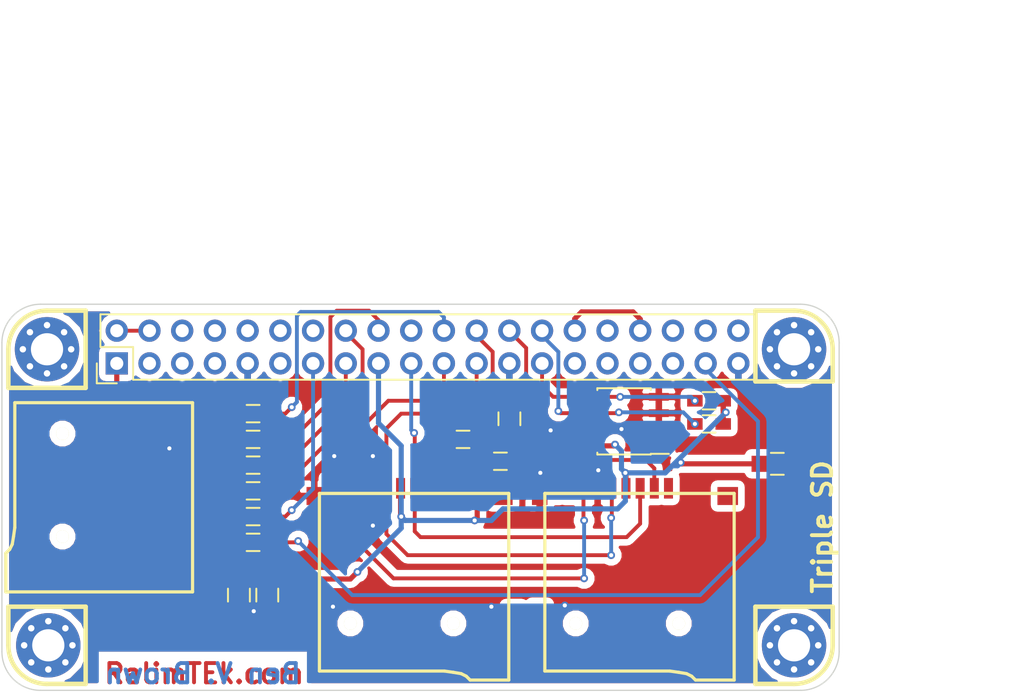
<source format=kicad_pcb>
(kicad_pcb (version 4) (host pcbnew 4.0.4-stable)

  (general
    (links 57)
    (no_connects 0)
    (area 38.049999 39.649999 103.150001 69.750001)
    (thickness 1.6)
    (drawings 34)
    (tracks 282)
    (zones 0)
    (modules 23)
    (nets 23)
  )

  (page A4)
  (title_block
    (title "Raspberry Pi Hat Template")
    (date 2015-12-24)
    (rev 0.1)
    (company OpenFet)
    (comment 1 "Author: Julien")
    (comment 2 "License: CERN OHL V1.2")
  )

  (layers
    (0 F.Cu signal)
    (31 B.Cu signal)
    (32 B.Adhes user)
    (33 F.Adhes user)
    (34 B.Paste user)
    (35 F.Paste user)
    (36 B.SilkS user)
    (37 F.SilkS user)
    (38 B.Mask user)
    (39 F.Mask user)
    (40 Dwgs.User user)
    (41 Cmts.User user)
    (42 Eco1.User user)
    (43 Eco2.User user)
    (44 Edge.Cuts user)
    (45 Margin user)
    (46 B.CrtYd user)
    (47 F.CrtYd user)
    (48 B.Fab user)
    (49 F.Fab user)
  )

  (setup
    (last_trace_width 0.3)
    (user_trace_width 0.1)
    (user_trace_width 0.2)
    (user_trace_width 0.3)
    (user_trace_width 0.4)
    (user_trace_width 0.5)
    (user_trace_width 0.6)
    (user_trace_width 0.8)
    (user_trace_width 1)
    (trace_clearance 0.15)
    (zone_clearance 0.508)
    (zone_45_only yes)
    (trace_min 0.1)
    (segment_width 0.35)
    (edge_width 0.1)
    (via_size 0.6)
    (via_drill 0.32)
    (via_min_size 0.26)
    (via_min_drill 0.16)
    (user_via 0.6 0.32)
    (user_via 1.5 0.8)
    (uvia_size 0.508)
    (uvia_drill 0.127)
    (uvias_allowed no)
    (uvia_min_size 0.508)
    (uvia_min_drill 0.127)
    (pcb_text_width 0.3)
    (pcb_text_size 1.5 1.5)
    (mod_edge_width 0.15)
    (mod_text_size 1 1)
    (mod_text_width 0.15)
    (pad_size 1.2 1.2)
    (pad_drill 0.5)
    (pad_to_mask_clearance 0)
    (aux_axis_origin 0 0)
    (grid_origin 67.6 65.2)
    (visible_elements 7FFFFF7F)
    (pcbplotparams
      (layerselection 0x010f0_80000001)
      (usegerberextensions false)
      (excludeedgelayer true)
      (linewidth 0.100000)
      (plotframeref false)
      (viasonmask false)
      (mode 1)
      (useauxorigin false)
      (hpglpennumber 1)
      (hpglpenspeed 20)
      (hpglpendiameter 15)
      (hpglpenoverlay 2)
      (psnegative false)
      (psa4output false)
      (plotreference true)
      (plotvalue true)
      (plotinvisibletext false)
      (padsonsilk false)
      (subtractmaskfromsilk false)
      (outputformat 1)
      (mirror false)
      (drillshape 0)
      (scaleselection 1)
      (outputdirectory /home/mangokid/Desktop/hat_gerber/))
  )

  (net 0 "")
  (net 1 GND)
  (net 2 VCC)
  (net 3 VDD)
  (net 4 "Net-(R102-Pad2)")
  (net 5 /MOSI)
  (net 6 /MISO)
  (net 7 /SCLK)
  (net 8 /CS0)
  (net 9 /CS1)
  (net 10 /DAT3)
  (net 11 /CLK)
  (net 12 /CMD)
  (net 13 /DAT0)
  (net 14 /DAT1)
  (net 15 /DAT2)
  (net 16 "Net-(R101-Pad2)")
  (net 17 "Net-(R103-Pad2)")
  (net 18 "Net-(R104-Pad2)")
  (net 19 "Net-(R107-Pad2)")
  (net 20 "Net-(R108-Pad2)")
  (net 21 /ID_SDA)
  (net 22 /ID_SCL)

  (net_class Default "This is the default net class."
    (clearance 0.15)
    (trace_width 0.3)
    (via_dia 0.6)
    (via_drill 0.32)
    (uvia_dia 0.508)
    (uvia_drill 0.127)
    (add_net /CLK)
    (add_net /CMD)
    (add_net /CS0)
    (add_net /CS1)
    (add_net /DAT0)
    (add_net /DAT1)
    (add_net /DAT2)
    (add_net /DAT3)
    (add_net /ID_SCL)
    (add_net /ID_SDA)
    (add_net /MISO)
    (add_net /MOSI)
    (add_net /SCLK)
    (add_net "Net-(R101-Pad2)")
    (add_net "Net-(R102-Pad2)")
    (add_net "Net-(R103-Pad2)")
    (add_net "Net-(R104-Pad2)")
    (add_net "Net-(R107-Pad2)")
    (add_net "Net-(R108-Pad2)")
    (add_net VCC)
  )

  (net_class Power ""
    (clearance 0.15)
    (trace_width 0.4)
    (via_dia 0.6)
    (via_drill 0.32)
    (uvia_dia 0.508)
    (uvia_drill 0.127)
    (add_net GND)
    (add_net VDD)
  )

  (module Pin_Headers:Pin_Header_Straight_2x20 locked (layer F.Cu) (tedit 58475DD8) (tstamp 58475E36)
    (at 47.016 44.296 90)
    (descr "Through hole pin header")
    (tags "pin header")
    (path /5846B317)
    (fp_text reference J101 (at 0 -5.1 90) (layer F.SilkS) hide
      (effects (font (size 1 1) (thickness 0.15)))
    )
    (fp_text value RaspberryPi (at 0 -3.1 90) (layer F.Fab) hide
      (effects (font (size 1 1) (thickness 0.15)))
    )
    (fp_line (start -1.75 -1.75) (end -1.75 50.05) (layer F.CrtYd) (width 0.05))
    (fp_line (start 4.3 -1.75) (end 4.3 50.05) (layer F.CrtYd) (width 0.05))
    (fp_line (start -1.75 -1.75) (end 4.3 -1.75) (layer F.CrtYd) (width 0.05))
    (fp_line (start -1.75 50.05) (end 4.3 50.05) (layer F.CrtYd) (width 0.05))
    (fp_line (start 3.81 49.53) (end 3.81 -1.27) (layer F.SilkS) (width 0.15))
    (fp_line (start -1.27 1.27) (end -1.27 49.53) (layer F.SilkS) (width 0.15))
    (fp_line (start 3.81 49.53) (end -1.27 49.53) (layer F.SilkS) (width 0.15))
    (fp_line (start 3.81 -1.27) (end 1.27 -1.27) (layer F.SilkS) (width 0.15))
    (fp_line (start 0 -1.55) (end -1.55 -1.55) (layer F.SilkS) (width 0.15))
    (fp_line (start 1.27 -1.27) (end 1.27 1.27) (layer F.SilkS) (width 0.15))
    (fp_line (start 1.27 1.27) (end -1.27 1.27) (layer F.SilkS) (width 0.15))
    (fp_line (start -1.55 -1.55) (end -1.55 0) (layer F.SilkS) (width 0.15))
    (pad 1 thru_hole rect (at 0 0 90) (size 1.7272 1.7272) (drill 1.016) (layers *.Cu *.Mask)
      (net 3 VDD))
    (pad 2 thru_hole oval (at 2.54 0 90) (size 1.7272 1.7272) (drill 1.016) (layers *.Cu *.Mask)
      (net 2 VCC))
    (pad 3 thru_hole oval (at 0 2.54 90) (size 1.7272 1.7272) (drill 1.016) (layers *.Cu *.Mask))
    (pad 4 thru_hole oval (at 2.54 2.54 90) (size 1.7272 1.7272) (drill 1.016) (layers *.Cu *.Mask)
      (net 2 VCC))
    (pad 5 thru_hole oval (at 0 5.08 90) (size 1.7272 1.7272) (drill 1.016) (layers *.Cu *.Mask))
    (pad 6 thru_hole oval (at 2.54 5.08 90) (size 1.7272 1.7272) (drill 1.016) (layers *.Cu *.Mask))
    (pad 7 thru_hole oval (at 0 7.62 90) (size 1.7272 1.7272) (drill 1.016) (layers *.Cu *.Mask))
    (pad 8 thru_hole oval (at 2.54 7.62 90) (size 1.7272 1.7272) (drill 1.016) (layers *.Cu *.Mask))
    (pad 9 thru_hole oval (at 0 10.16 90) (size 1.7272 1.7272) (drill 1.016) (layers *.Cu *.Mask)
      (net 1 GND))
    (pad 10 thru_hole oval (at 2.54 10.16 90) (size 1.7272 1.7272) (drill 1.016) (layers *.Cu *.Mask))
    (pad 11 thru_hole oval (at 0 12.7 90) (size 1.7272 1.7272) (drill 1.016) (layers *.Cu *.Mask))
    (pad 12 thru_hole oval (at 2.54 12.7 90) (size 1.7272 1.7272) (drill 1.016) (layers *.Cu *.Mask))
    (pad 13 thru_hole oval (at 0 15.24 90) (size 1.7272 1.7272) (drill 1.016) (layers *.Cu *.Mask)
      (net 10 /DAT3))
    (pad 14 thru_hole oval (at 2.54 15.24 90) (size 1.7272 1.7272) (drill 1.016) (layers *.Cu *.Mask))
    (pad 15 thru_hole oval (at 0 17.78 90) (size 1.7272 1.7272) (drill 1.016) (layers *.Cu *.Mask)
      (net 11 /CLK))
    (pad 16 thru_hole oval (at 2.54 17.78 90) (size 1.7272 1.7272) (drill 1.016) (layers *.Cu *.Mask)
      (net 12 /CMD))
    (pad 17 thru_hole oval (at 0 20.32 90) (size 1.7272 1.7272) (drill 1.016) (layers *.Cu *.Mask)
      (net 3 VDD))
    (pad 18 thru_hole oval (at 2.54 20.32 90) (size 1.7272 1.7272) (drill 1.016) (layers *.Cu *.Mask)
      (net 13 /DAT0))
    (pad 19 thru_hole oval (at 0 22.86 90) (size 1.7272 1.7272) (drill 1.016) (layers *.Cu *.Mask)
      (net 5 /MOSI))
    (pad 20 thru_hole oval (at 2.54 22.86 90) (size 1.7272 1.7272) (drill 1.016) (layers *.Cu *.Mask))
    (pad 21 thru_hole oval (at 0 25.4 90) (size 1.7272 1.7272) (drill 1.016) (layers *.Cu *.Mask)
      (net 6 /MISO))
    (pad 22 thru_hole oval (at 2.54 25.4 90) (size 1.7272 1.7272) (drill 1.016) (layers *.Cu *.Mask)
      (net 14 /DAT1))
    (pad 23 thru_hole oval (at 0 27.94 90) (size 1.7272 1.7272) (drill 1.016) (layers *.Cu *.Mask)
      (net 7 /SCLK))
    (pad 24 thru_hole oval (at 2.54 27.94 90) (size 1.7272 1.7272) (drill 1.016) (layers *.Cu *.Mask)
      (net 8 /CS0))
    (pad 25 thru_hole oval (at 0 30.48 90) (size 1.7272 1.7272) (drill 1.016) (layers *.Cu *.Mask)
      (net 1 GND))
    (pad 26 thru_hole oval (at 2.54 30.48 90) (size 1.7272 1.7272) (drill 1.016) (layers *.Cu *.Mask)
      (net 9 /CS1))
    (pad 27 thru_hole oval (at 0 33.02 90) (size 1.7272 1.7272) (drill 1.016) (layers *.Cu *.Mask)
      (net 21 /ID_SDA))
    (pad 28 thru_hole oval (at 2.54 33.02 90) (size 1.7272 1.7272) (drill 1.016) (layers *.Cu *.Mask)
      (net 22 /ID_SCL))
    (pad 29 thru_hole oval (at 0 35.56 90) (size 1.7272 1.7272) (drill 1.016) (layers *.Cu *.Mask))
    (pad 30 thru_hole oval (at 2.54 35.56 90) (size 1.7272 1.7272) (drill 1.016) (layers *.Cu *.Mask))
    (pad 31 thru_hole oval (at 0 38.1 90) (size 1.7272 1.7272) (drill 1.016) (layers *.Cu *.Mask))
    (pad 32 thru_hole oval (at 2.54 38.1 90) (size 1.7272 1.7272) (drill 1.016) (layers *.Cu *.Mask))
    (pad 33 thru_hole oval (at 0 40.64 90) (size 1.7272 1.7272) (drill 1.016) (layers *.Cu *.Mask))
    (pad 34 thru_hole oval (at 2.54 40.64 90) (size 1.7272 1.7272) (drill 1.016) (layers *.Cu *.Mask))
    (pad 35 thru_hole oval (at 0 43.18 90) (size 1.7272 1.7272) (drill 1.016) (layers *.Cu *.Mask))
    (pad 36 thru_hole oval (at 2.54 43.18 90) (size 1.7272 1.7272) (drill 1.016) (layers *.Cu *.Mask))
    (pad 37 thru_hole oval (at 0 45.72 90) (size 1.7272 1.7272) (drill 1.016) (layers *.Cu *.Mask)
      (net 15 /DAT2))
    (pad 38 thru_hole oval (at 2.54 45.72 90) (size 1.7272 1.7272) (drill 1.016) (layers *.Cu *.Mask))
    (pad 39 thru_hole oval (at 0 48.26 90) (size 1.7272 1.7272) (drill 1.016) (layers *.Cu *.Mask)
      (net 1 GND))
    (pad 40 thru_hole oval (at 2.54 48.26 90) (size 1.7272 1.7272) (drill 1.016) (layers *.Cu *.Mask))
    (model Pin_Headers.3dshapes/Pin_Header_Straight_2x20.wrl
      (at (xyz 0.05 -0.95 0))
      (scale (xyz 1 1 1))
      (rotate (xyz 0 0 90))
    )
  )

  (module Housings_SOIC:SOIC-8_3.9x4.9mm_Pitch1.27mm (layer F.Cu) (tedit 58496006) (tstamp 58475EA2)
    (at 86.4 48.8 180)
    (descr "8-Lead Plastic Small Outline (SN) - Narrow, 3.90 mm Body [SOIC] (see Microchip Packaging Specification 00000049BS.pdf)")
    (tags "SOIC 1.27")
    (path /5846B29A)
    (attr smd)
    (fp_text reference U102 (at 0 -3.5 180) (layer F.SilkS) hide
      (effects (font (size 1 1) (thickness 0.15)))
    )
    (fp_text value 24C16 (at 0 3.5 180) (layer F.Fab) hide
      (effects (font (size 1 1) (thickness 0.15)))
    )
    (fp_line (start -0.95 -2.45) (end 1.95 -2.45) (layer F.Fab) (width 0.15))
    (fp_line (start 1.95 -2.45) (end 1.95 2.45) (layer F.Fab) (width 0.15))
    (fp_line (start 1.95 2.45) (end -1.95 2.45) (layer F.Fab) (width 0.15))
    (fp_line (start -1.95 2.45) (end -1.95 -1.45) (layer F.Fab) (width 0.15))
    (fp_line (start -1.95 -1.45) (end -0.95 -2.45) (layer F.Fab) (width 0.15))
    (fp_line (start -3.75 -2.75) (end -3.75 2.75) (layer F.CrtYd) (width 0.05))
    (fp_line (start 3.75 -2.75) (end 3.75 2.75) (layer F.CrtYd) (width 0.05))
    (fp_line (start -3.75 -2.75) (end 3.75 -2.75) (layer F.CrtYd) (width 0.05))
    (fp_line (start -3.75 2.75) (end 3.75 2.75) (layer F.CrtYd) (width 0.05))
    (fp_line (start -2.075 -2.575) (end -2.075 -2.525) (layer F.SilkS) (width 0.15))
    (fp_line (start 2.075 -2.575) (end 2.075 -2.43) (layer F.SilkS) (width 0.15))
    (fp_line (start 2.075 2.575) (end 2.075 2.43) (layer F.SilkS) (width 0.15))
    (fp_line (start -2.075 2.575) (end -2.075 2.43) (layer F.SilkS) (width 0.15))
    (fp_line (start -2.075 -2.575) (end 2.075 -2.575) (layer F.SilkS) (width 0.15))
    (fp_line (start -2.075 2.575) (end 2.075 2.575) (layer F.SilkS) (width 0.15))
    (fp_line (start -2.075 -2.525) (end -3.475 -2.525) (layer F.SilkS) (width 0.15))
    (pad 1 smd rect (at -2.7 -1.905 180) (size 1.55 0.6) (layers F.Cu F.Paste F.Mask)
      (net 1 GND))
    (pad 2 smd rect (at -2.7 -0.635 180) (size 1.55 0.6) (layers F.Cu F.Paste F.Mask)
      (net 1 GND))
    (pad 3 smd rect (at -2.7 0.635 180) (size 1.55 0.6) (layers F.Cu F.Paste F.Mask)
      (net 1 GND))
    (pad 4 smd rect (at -2.7 1.905 180) (size 1.55 0.6) (layers F.Cu F.Paste F.Mask)
      (net 1 GND))
    (pad 5 smd rect (at 2.7 1.905 180) (size 1.55 0.6) (layers F.Cu F.Paste F.Mask)
      (net 21 /ID_SDA))
    (pad 6 smd rect (at 2.7 0.635 180) (size 1.55 0.6) (layers F.Cu F.Paste F.Mask)
      (net 22 /ID_SCL))
    (pad 7 smd rect (at 2.7 -0.635 180) (size 1.55 0.6) (layers F.Cu F.Paste F.Mask)
      (net 1 GND))
    (pad 8 smd rect (at 2.7 -1.905 180) (size 1.55 0.6) (layers F.Cu F.Paste F.Mask)
      (net 3 VDD))
    (model Housings_SOIC.3dshapes/SOIC-8_3.9x4.9mm_Pitch1.27mm.wrl
      (at (xyz 0 0 0))
      (scale (xyz 1 1 1))
      (rotate (xyz 0 0 0))
    )
  )

  (module Capacitors_SMD:C_0805_HandSoldering (layer F.Cu) (tedit 58496457) (tstamp 58496367)
    (at 98.3 52.1)
    (descr "Capacitor SMD 0805, hand soldering")
    (tags "capacitor 0805")
    (path /58497D98)
    (attr smd)
    (fp_text reference C111 (at 0 -2.1) (layer F.SilkS) hide
      (effects (font (size 1 1) (thickness 0.15)))
    )
    (fp_text value 0.1u (at 0 2.1) (layer F.Fab) hide
      (effects (font (size 1 1) (thickness 0.15)))
    )
    (fp_line (start -1 0.625) (end -1 -0.625) (layer F.Fab) (width 0.15))
    (fp_line (start 1 0.625) (end -1 0.625) (layer F.Fab) (width 0.15))
    (fp_line (start 1 -0.625) (end 1 0.625) (layer F.Fab) (width 0.15))
    (fp_line (start -1 -0.625) (end 1 -0.625) (layer F.Fab) (width 0.15))
    (fp_line (start -2.3 -1) (end 2.3 -1) (layer F.CrtYd) (width 0.05))
    (fp_line (start -2.3 1) (end 2.3 1) (layer F.CrtYd) (width 0.05))
    (fp_line (start -2.3 -1) (end -2.3 1) (layer F.CrtYd) (width 0.05))
    (fp_line (start 2.3 -1) (end 2.3 1) (layer F.CrtYd) (width 0.05))
    (fp_line (start 0.5 -0.85) (end -0.5 -0.85) (layer F.SilkS) (width 0.15))
    (fp_line (start -0.5 0.85) (end 0.5 0.85) (layer F.SilkS) (width 0.15))
    (pad 1 smd rect (at -1.25 0) (size 1.5 1.25) (layers F.Cu F.Paste F.Mask)
      (net 3 VDD))
    (pad 2 smd rect (at 1.25 0) (size 1.5 1.25) (layers F.Cu F.Paste F.Mask)
      (net 1 GND))
    (model Capacitors_SMD.3dshapes/C_0805_HandSoldering.wrl
      (at (xyz 0 0 0))
      (scale (xyz 1 1 1))
      (rotate (xyz 0 0 0))
    )
  )

  (module Capacitors_SMD:C_0805_HandSoldering (layer F.Cu) (tedit 58496440) (tstamp 5849636D)
    (at 58.7 62.3 270)
    (descr "Capacitor SMD 0805, hand soldering")
    (tags "capacitor 0805")
    (path /58497FC2)
    (attr smd)
    (fp_text reference C112 (at 0 -2.1 270) (layer F.SilkS) hide
      (effects (font (size 1 1) (thickness 0.15)))
    )
    (fp_text value 0.1u (at 0 2.1 270) (layer F.Fab) hide
      (effects (font (size 1 1) (thickness 0.15)))
    )
    (fp_line (start -1 0.625) (end -1 -0.625) (layer F.Fab) (width 0.15))
    (fp_line (start 1 0.625) (end -1 0.625) (layer F.Fab) (width 0.15))
    (fp_line (start 1 -0.625) (end 1 0.625) (layer F.Fab) (width 0.15))
    (fp_line (start -1 -0.625) (end 1 -0.625) (layer F.Fab) (width 0.15))
    (fp_line (start -2.3 -1) (end 2.3 -1) (layer F.CrtYd) (width 0.05))
    (fp_line (start -2.3 1) (end 2.3 1) (layer F.CrtYd) (width 0.05))
    (fp_line (start -2.3 -1) (end -2.3 1) (layer F.CrtYd) (width 0.05))
    (fp_line (start 2.3 -1) (end 2.3 1) (layer F.CrtYd) (width 0.05))
    (fp_line (start 0.5 -0.85) (end -0.5 -0.85) (layer F.SilkS) (width 0.15))
    (fp_line (start -0.5 0.85) (end 0.5 0.85) (layer F.SilkS) (width 0.15))
    (pad 1 smd rect (at -1.25 0 270) (size 1.5 1.25) (layers F.Cu F.Paste F.Mask)
      (net 3 VDD))
    (pad 2 smd rect (at 1.25 0 270) (size 1.5 1.25) (layers F.Cu F.Paste F.Mask)
      (net 1 GND))
    (model Capacitors_SMD.3dshapes/C_0805_HandSoldering.wrl
      (at (xyz 0 0 0))
      (scale (xyz 1 1 1))
      (rotate (xyz 0 0 0))
    )
  )

  (module Capacitors_SMD:C_0805_HandSoldering (layer F.Cu) (tedit 5849645A) (tstamp 58496373)
    (at 56.5 62.3 270)
    (descr "Capacitor SMD 0805, hand soldering")
    (tags "capacitor 0805")
    (path /58498030)
    (attr smd)
    (fp_text reference C113 (at 0 -2.1 270) (layer F.SilkS) hide
      (effects (font (size 1 1) (thickness 0.15)))
    )
    (fp_text value 0.1u (at 0 2.1 270) (layer F.Fab) hide
      (effects (font (size 1 1) (thickness 0.15)))
    )
    (fp_line (start -1 0.625) (end -1 -0.625) (layer F.Fab) (width 0.15))
    (fp_line (start 1 0.625) (end -1 0.625) (layer F.Fab) (width 0.15))
    (fp_line (start 1 -0.625) (end 1 0.625) (layer F.Fab) (width 0.15))
    (fp_line (start -1 -0.625) (end 1 -0.625) (layer F.Fab) (width 0.15))
    (fp_line (start -2.3 -1) (end 2.3 -1) (layer F.CrtYd) (width 0.05))
    (fp_line (start -2.3 1) (end 2.3 1) (layer F.CrtYd) (width 0.05))
    (fp_line (start -2.3 -1) (end -2.3 1) (layer F.CrtYd) (width 0.05))
    (fp_line (start 2.3 -1) (end 2.3 1) (layer F.CrtYd) (width 0.05))
    (fp_line (start 0.5 -0.85) (end -0.5 -0.85) (layer F.SilkS) (width 0.15))
    (fp_line (start -0.5 0.85) (end 0.5 0.85) (layer F.SilkS) (width 0.15))
    (pad 1 smd rect (at -1.25 0 270) (size 1.5 1.25) (layers F.Cu F.Paste F.Mask)
      (net 3 VDD))
    (pad 2 smd rect (at 1.25 0 270) (size 1.5 1.25) (layers F.Cu F.Paste F.Mask)
      (net 1 GND))
    (model Capacitors_SMD.3dshapes/C_0805_HandSoldering.wrl
      (at (xyz 0 0 0))
      (scale (xyz 1 1 1))
      (rotate (xyz 0 0 0))
    )
  )

  (module libs:GCT-MEM2055-00-190-01-A (layer F.Cu) (tedit 584BA159) (tstamp 584BA14F)
    (at 70.1 53.2 180)
    (descr http://www.farnell.com/datasheets/1917242.pdf)
    (tags "MicroSD card socket")
    (path /584BB51A)
    (fp_text reference U101 (at 0 -8.1 180) (layer F.SilkS) hide
      (effects (font (size 1 1) (thickness 0.15)))
    )
    (fp_text value MicroSD_SPI_CD (at 0 -16.9 180) (layer F.Fab) hide
      (effects (font (size 1 1) (thickness 0.15)))
    )
    (fp_line (start -7.6 -2.35) (end -7.9 -2.35) (layer F.CrtYd) (width 0.05))
    (fp_line (start -7.9 -2.35) (end -7.9 0.25) (layer F.CrtYd) (width 0.05))
    (fp_line (start 8.6 -2.35) (end 8.6 0.25) (layer F.CrtYd) (width 0.05))
    (fp_line (start 7.6 -2.35) (end 8.6 -2.35) (layer F.CrtYd) (width 0.05))
    (fp_line (start 7.6 -9.55) (end 7.6 -2.35) (layer F.CrtYd) (width 0.05))
    (fp_line (start 7.6 -9.55) (end 8.6 -9.55) (layer F.CrtYd) (width 0.05))
    (fp_line (start -8.6 -12.35) (end -7.6 -12.35) (layer F.CrtYd) (width 0.05))
    (fp_line (start -7.6 -12.35) (end -7.6 -15.95) (layer F.CrtYd) (width 0.05))
    (fp_line (start 7.6 -15.95) (end 7.6 -12.25) (layer F.CrtYd) (width 0.05))
    (fp_line (start 7.6 -12.25) (end 8.6 -12.25) (layer F.CrtYd) (width 0.05))
    (fp_line (start -8.6 -9.65) (end -7.6 -9.65) (layer F.CrtYd) (width 0.05))
    (fp_line (start -7.6 -9.65) (end -7.6 -2.35) (layer F.CrtYd) (width 0.05))
    (fp_line (start -7.9 0.25) (end 8.6 0.25) (layer F.CrtYd) (width 0.05))
    (fp_line (start 8.6 -12.25) (end 8.6 -9.55) (layer F.CrtYd) (width 0.05))
    (fp_line (start -7.6 -15.95) (end 7.6 -15.95) (layer F.CrtYd) (width 0.05))
    (fp_line (start -8.6 -12.35) (end -8.6 -9.65) (layer F.CrtYd) (width 0.05))
    (fp_line (start 7.35 -15) (end -2.35 -15) (layer F.SilkS) (width 0.25))
    (fp_line (start -2.35 -15) (end -3.05 -15.1) (layer F.SilkS) (width 0.25))
    (fp_line (start -3.05 -15.1) (end -3.65 -15.2) (layer F.SilkS) (width 0.25))
    (fp_line (start -3.65 -15.2) (end -4.05 -15.4) (layer F.SilkS) (width 0.25))
    (fp_line (start -4.05 -15.4) (end -4.35 -15.7) (layer F.SilkS) (width 0.25))
    (fp_line (start -4.35 -15.7) (end -7.35 -15.7) (layer F.SilkS) (width 0.25))
    (fp_line (start -7.35 -15.7) (end -7.35 -1.2) (layer F.SilkS) (width 0.25))
    (fp_line (start 7.35 -1.2) (end -7.35 -1.2) (layer F.SilkS) (width 0.25))
    (fp_line (start 7.35 -1.2) (end 7.35 -15) (layer F.SilkS) (width 0.25))
    (pad 8 smd rect (at 5.45 -0.8 180) (size 0.7 1.6) (layers F.Cu F.Paste F.Mask))
    (pad 7 smd rect (at 4.35 -0.8 180) (size 0.7 1.6) (layers F.Cu F.Paste F.Mask)
      (net 6 /MISO))
    (pad 6 smd rect (at 3.25 -0.8 180) (size 0.7 1.6) (layers F.Cu F.Paste F.Mask)
      (net 1 GND))
    (pad 5 smd rect (at 2.15 -0.8 180) (size 0.7 1.6) (layers F.Cu F.Paste F.Mask)
      (net 7 /SCLK))
    (pad 4 smd rect (at 1.05 -0.8 180) (size 0.7 1.6) (layers F.Cu F.Paste F.Mask)
      (net 3 VDD))
    (pad 3 smd rect (at -0.05 -0.8 180) (size 0.7 1.6) (layers F.Cu F.Paste F.Mask)
      (net 5 /MOSI))
    (pad 2 smd rect (at -1.15 -0.8 180) (size 0.7 1.6) (layers F.Cu F.Paste F.Mask)
      (net 8 /CS0))
    (pad 1 smd rect (at -2.25 -0.8 180) (size 0.7 1.6) (layers F.Cu F.Paste F.Mask))
    (pad 10 smd rect (at 7.75 -1.4 180) (size 1.2 1.4) (layers F.Cu F.Paste F.Mask)
      (net 1 GND))
    (pad "" smd rect (at -6.85 -1.4 180) (size 1.6 1.4) (layers F.Cu F.Paste F.Mask))
    (pad ~ smd rect (at -7.75 -11) (size 1.2 2.2) (layers F.Cu F.Paste F.Mask))
    (pad "" smd rect (at 7.75 -10.9) (size 1.2 2.2) (layers F.Cu F.Paste F.Mask))
    (pad 9 smd rect (at 6.55 -0.8 180) (size 0.7 1.6) (layers F.Cu F.Paste F.Mask))
    (pad "" np_thru_hole circle (at 4.95 -11.3) (size 1 1) (drill 1) (layers *.Cu *.Mask F.SilkS))
    (pad "" np_thru_hole circle (at -3.05 -11.3) (size 1 1) (drill 1) (layers *.Cu *.Mask F.SilkS))
    (model ../../../../../../Users/Ralim/Documents/GitHub/PiPlay/Electronics/libs/GCT-MEM2055-00-190-01-A.wrl
      (at (xyz 0 0 0))
      (scale (xyz 1 1 1))
      (rotate (xyz 0 0 0))
    )
  )

  (module libs:GCT-MEM2055-00-190-01-A (layer F.Cu) (tedit 584BA156) (tstamp 584BA162)
    (at 87.6 53.2 180)
    (descr http://www.farnell.com/datasheets/1917242.pdf)
    (tags "MicroSD card socket")
    (path /584BB659)
    (fp_text reference U103 (at 0 -8.1 180) (layer F.SilkS) hide
      (effects (font (size 1 1) (thickness 0.15)))
    )
    (fp_text value MicroSD_SPI_CD (at 0 -16.9 180) (layer F.Fab) hide
      (effects (font (size 1 1) (thickness 0.15)))
    )
    (fp_line (start -7.6 -2.35) (end -7.9 -2.35) (layer F.CrtYd) (width 0.05))
    (fp_line (start -7.9 -2.35) (end -7.9 0.25) (layer F.CrtYd) (width 0.05))
    (fp_line (start 8.6 -2.35) (end 8.6 0.25) (layer F.CrtYd) (width 0.05))
    (fp_line (start 7.6 -2.35) (end 8.6 -2.35) (layer F.CrtYd) (width 0.05))
    (fp_line (start 7.6 -9.55) (end 7.6 -2.35) (layer F.CrtYd) (width 0.05))
    (fp_line (start 7.6 -9.55) (end 8.6 -9.55) (layer F.CrtYd) (width 0.05))
    (fp_line (start -8.6 -12.35) (end -7.6 -12.35) (layer F.CrtYd) (width 0.05))
    (fp_line (start -7.6 -12.35) (end -7.6 -15.95) (layer F.CrtYd) (width 0.05))
    (fp_line (start 7.6 -15.95) (end 7.6 -12.25) (layer F.CrtYd) (width 0.05))
    (fp_line (start 7.6 -12.25) (end 8.6 -12.25) (layer F.CrtYd) (width 0.05))
    (fp_line (start -8.6 -9.65) (end -7.6 -9.65) (layer F.CrtYd) (width 0.05))
    (fp_line (start -7.6 -9.65) (end -7.6 -2.35) (layer F.CrtYd) (width 0.05))
    (fp_line (start -7.9 0.25) (end 8.6 0.25) (layer F.CrtYd) (width 0.05))
    (fp_line (start 8.6 -12.25) (end 8.6 -9.55) (layer F.CrtYd) (width 0.05))
    (fp_line (start -7.6 -15.95) (end 7.6 -15.95) (layer F.CrtYd) (width 0.05))
    (fp_line (start -8.6 -12.35) (end -8.6 -9.65) (layer F.CrtYd) (width 0.05))
    (fp_line (start 7.35 -15) (end -2.35 -15) (layer F.SilkS) (width 0.25))
    (fp_line (start -2.35 -15) (end -3.05 -15.1) (layer F.SilkS) (width 0.25))
    (fp_line (start -3.05 -15.1) (end -3.65 -15.2) (layer F.SilkS) (width 0.25))
    (fp_line (start -3.65 -15.2) (end -4.05 -15.4) (layer F.SilkS) (width 0.25))
    (fp_line (start -4.05 -15.4) (end -4.35 -15.7) (layer F.SilkS) (width 0.25))
    (fp_line (start -4.35 -15.7) (end -7.35 -15.7) (layer F.SilkS) (width 0.25))
    (fp_line (start -7.35 -15.7) (end -7.35 -1.2) (layer F.SilkS) (width 0.25))
    (fp_line (start 7.35 -1.2) (end -7.35 -1.2) (layer F.SilkS) (width 0.25))
    (fp_line (start 7.35 -1.2) (end 7.35 -15) (layer F.SilkS) (width 0.25))
    (pad 8 smd rect (at 5.45 -0.8 180) (size 0.7 1.6) (layers F.Cu F.Paste F.Mask))
    (pad 7 smd rect (at 4.35 -0.8 180) (size 0.7 1.6) (layers F.Cu F.Paste F.Mask)
      (net 6 /MISO))
    (pad 6 smd rect (at 3.25 -0.8 180) (size 0.7 1.6) (layers F.Cu F.Paste F.Mask)
      (net 1 GND))
    (pad 5 smd rect (at 2.15 -0.8 180) (size 0.7 1.6) (layers F.Cu F.Paste F.Mask)
      (net 7 /SCLK))
    (pad 4 smd rect (at 1.05 -0.8 180) (size 0.7 1.6) (layers F.Cu F.Paste F.Mask)
      (net 3 VDD))
    (pad 3 smd rect (at -0.05 -0.8 180) (size 0.7 1.6) (layers F.Cu F.Paste F.Mask)
      (net 5 /MOSI))
    (pad 2 smd rect (at -1.15 -0.8 180) (size 0.7 1.6) (layers F.Cu F.Paste F.Mask)
      (net 9 /CS1))
    (pad 1 smd rect (at -2.25 -0.8 180) (size 0.7 1.6) (layers F.Cu F.Paste F.Mask))
    (pad 10 smd rect (at 7.75 -1.4 180) (size 1.2 1.4) (layers F.Cu F.Paste F.Mask)
      (net 1 GND))
    (pad "" smd rect (at -6.85 -1.4 180) (size 1.6 1.4) (layers F.Cu F.Paste F.Mask))
    (pad ~ smd rect (at -7.75 -11) (size 1.2 2.2) (layers F.Cu F.Paste F.Mask))
    (pad "" smd rect (at 7.75 -10.9) (size 1.2 2.2) (layers F.Cu F.Paste F.Mask))
    (pad 9 smd rect (at 6.55 -0.8 180) (size 0.7 1.6) (layers F.Cu F.Paste F.Mask))
    (pad "" np_thru_hole circle (at 4.95 -11.3) (size 1 1) (drill 1) (layers *.Cu *.Mask F.SilkS))
    (pad "" np_thru_hole circle (at -3.05 -11.3) (size 1 1) (drill 1) (layers *.Cu *.Mask F.SilkS))
    (model C:/Users/Ralim/Documents/GitHub/PiPlay/Electronics/libs/GCT-MEM2055-00-190-01-A.wrl
      (at (xyz 0 0 0))
      (scale (xyz 1 1 1))
      (rotate (xyz 0 0 0))
    )
  )

  (module Resistors_SMD:R_0603_HandSoldering (layer F.Cu) (tedit 584BA5BA) (tstamp 584BA576)
    (at 57.6 54.2 180)
    (descr "Resistor SMD 0603, hand soldering")
    (tags "resistor 0603")
    (path /584BD1D1)
    (attr smd)
    (fp_text reference R101 (at 0 -1.9 180) (layer F.SilkS) hide
      (effects (font (size 1 1) (thickness 0.15)))
    )
    (fp_text value 33 (at 0 1.9 180) (layer F.Fab) hide
      (effects (font (size 1 1) (thickness 0.15)))
    )
    (fp_line (start -0.8 0.4) (end -0.8 -0.4) (layer F.Fab) (width 0.1))
    (fp_line (start 0.8 0.4) (end -0.8 0.4) (layer F.Fab) (width 0.1))
    (fp_line (start 0.8 -0.4) (end 0.8 0.4) (layer F.Fab) (width 0.1))
    (fp_line (start -0.8 -0.4) (end 0.8 -0.4) (layer F.Fab) (width 0.1))
    (fp_line (start -2 -0.8) (end 2 -0.8) (layer F.CrtYd) (width 0.05))
    (fp_line (start -2 0.8) (end 2 0.8) (layer F.CrtYd) (width 0.05))
    (fp_line (start -2 -0.8) (end -2 0.8) (layer F.CrtYd) (width 0.05))
    (fp_line (start 2 -0.8) (end 2 0.8) (layer F.CrtYd) (width 0.05))
    (fp_line (start 0.5 0.675) (end -0.5 0.675) (layer F.SilkS) (width 0.15))
    (fp_line (start -0.5 -0.675) (end 0.5 -0.675) (layer F.SilkS) (width 0.15))
    (pad 1 smd rect (at -1.1 0 180) (size 1.2 0.9) (layers F.Cu F.Paste F.Mask)
      (net 12 /CMD))
    (pad 2 smd rect (at 1.1 0 180) (size 1.2 0.9) (layers F.Cu F.Paste F.Mask)
      (net 16 "Net-(R101-Pad2)"))
    (model Resistors_SMD.3dshapes/R_0603_HandSoldering.wrl
      (at (xyz 0 0 0))
      (scale (xyz 1 1 1))
      (rotate (xyz 0 0 0))
    )
  )

  (module Resistors_SMD:R_0603_HandSoldering (layer F.Cu) (tedit 584BA5A6) (tstamp 584BA57C)
    (at 57.6 52.2 180)
    (descr "Resistor SMD 0603, hand soldering")
    (tags "resistor 0603")
    (path /584BD20A)
    (attr smd)
    (fp_text reference R102 (at 0 -1.9 180) (layer F.SilkS) hide
      (effects (font (size 1 1) (thickness 0.15)))
    )
    (fp_text value 33 (at 3.5 2.5 180) (layer F.Fab) hide
      (effects (font (size 1 1) (thickness 0.15)))
    )
    (fp_line (start -0.8 0.4) (end -0.8 -0.4) (layer F.Fab) (width 0.1))
    (fp_line (start 0.8 0.4) (end -0.8 0.4) (layer F.Fab) (width 0.1))
    (fp_line (start 0.8 -0.4) (end 0.8 0.4) (layer F.Fab) (width 0.1))
    (fp_line (start -0.8 -0.4) (end 0.8 -0.4) (layer F.Fab) (width 0.1))
    (fp_line (start -2 -0.8) (end 2 -0.8) (layer F.CrtYd) (width 0.05))
    (fp_line (start -2 0.8) (end 2 0.8) (layer F.CrtYd) (width 0.05))
    (fp_line (start -2 -0.8) (end -2 0.8) (layer F.CrtYd) (width 0.05))
    (fp_line (start 2 -0.8) (end 2 0.8) (layer F.CrtYd) (width 0.05))
    (fp_line (start 0.5 0.675) (end -0.5 0.675) (layer F.SilkS) (width 0.15))
    (fp_line (start -0.5 -0.675) (end 0.5 -0.675) (layer F.SilkS) (width 0.15))
    (pad 1 smd rect (at -1.1 0 180) (size 1.2 0.9) (layers F.Cu F.Paste F.Mask)
      (net 11 /CLK))
    (pad 2 smd rect (at 1.1 0 180) (size 1.2 0.9) (layers F.Cu F.Paste F.Mask)
      (net 4 "Net-(R102-Pad2)"))
    (model Resistors_SMD.3dshapes/R_0603_HandSoldering.wrl
      (at (xyz 0 0 0))
      (scale (xyz 1 1 1))
      (rotate (xyz 0 0 0))
    )
  )

  (module Resistors_SMD:R_0603_HandSoldering (layer F.Cu) (tedit 584BA5D0) (tstamp 584BA582)
    (at 57.6 50.2 180)
    (descr "Resistor SMD 0603, hand soldering")
    (tags "resistor 0603")
    (path /584BD244)
    (attr smd)
    (fp_text reference R103 (at 0 -1.9 180) (layer F.SilkS) hide
      (effects (font (size 1 1) (thickness 0.15)))
    )
    (fp_text value 33 (at -4.5 0.5 180) (layer F.Fab) hide
      (effects (font (size 1 1) (thickness 0.15)))
    )
    (fp_line (start -0.8 0.4) (end -0.8 -0.4) (layer F.Fab) (width 0.1))
    (fp_line (start 0.8 0.4) (end -0.8 0.4) (layer F.Fab) (width 0.1))
    (fp_line (start 0.8 -0.4) (end 0.8 0.4) (layer F.Fab) (width 0.1))
    (fp_line (start -0.8 -0.4) (end 0.8 -0.4) (layer F.Fab) (width 0.1))
    (fp_line (start -2 -0.8) (end 2 -0.8) (layer F.CrtYd) (width 0.05))
    (fp_line (start -2 0.8) (end 2 0.8) (layer F.CrtYd) (width 0.05))
    (fp_line (start -2 -0.8) (end -2 0.8) (layer F.CrtYd) (width 0.05))
    (fp_line (start 2 -0.8) (end 2 0.8) (layer F.CrtYd) (width 0.05))
    (fp_line (start 0.5 0.675) (end -0.5 0.675) (layer F.SilkS) (width 0.15))
    (fp_line (start -0.5 -0.675) (end 0.5 -0.675) (layer F.SilkS) (width 0.15))
    (pad 1 smd rect (at -1.1 0 180) (size 1.2 0.9) (layers F.Cu F.Paste F.Mask)
      (net 13 /DAT0))
    (pad 2 smd rect (at 1.1 0 180) (size 1.2 0.9) (layers F.Cu F.Paste F.Mask)
      (net 17 "Net-(R103-Pad2)"))
    (model Resistors_SMD.3dshapes/R_0603_HandSoldering.wrl
      (at (xyz 0 0 0))
      (scale (xyz 1 1 1))
      (rotate (xyz 0 0 0))
    )
  )

  (module Resistors_SMD:R_0603_HandSoldering (layer F.Cu) (tedit 584BA5A9) (tstamp 584BA588)
    (at 57.6 48.2 180)
    (descr "Resistor SMD 0603, hand soldering")
    (tags "resistor 0603")
    (path /584BD281)
    (attr smd)
    (fp_text reference R104 (at 0 -1.9 180) (layer F.SilkS) hide
      (effects (font (size 1 1) (thickness 0.15)))
    )
    (fp_text value 33 (at 0 1.9 180) (layer F.Fab) hide
      (effects (font (size 1 1) (thickness 0.15)))
    )
    (fp_line (start -0.8 0.4) (end -0.8 -0.4) (layer F.Fab) (width 0.1))
    (fp_line (start 0.8 0.4) (end -0.8 0.4) (layer F.Fab) (width 0.1))
    (fp_line (start 0.8 -0.4) (end 0.8 0.4) (layer F.Fab) (width 0.1))
    (fp_line (start -0.8 -0.4) (end 0.8 -0.4) (layer F.Fab) (width 0.1))
    (fp_line (start -2 -0.8) (end 2 -0.8) (layer F.CrtYd) (width 0.05))
    (fp_line (start -2 0.8) (end 2 0.8) (layer F.CrtYd) (width 0.05))
    (fp_line (start -2 -0.8) (end -2 0.8) (layer F.CrtYd) (width 0.05))
    (fp_line (start 2 -0.8) (end 2 0.8) (layer F.CrtYd) (width 0.05))
    (fp_line (start 0.5 0.675) (end -0.5 0.675) (layer F.SilkS) (width 0.15))
    (fp_line (start -0.5 -0.675) (end 0.5 -0.675) (layer F.SilkS) (width 0.15))
    (pad 1 smd rect (at -1.1 0 180) (size 1.2 0.9) (layers F.Cu F.Paste F.Mask)
      (net 14 /DAT1))
    (pad 2 smd rect (at 1.1 0 180) (size 1.2 0.9) (layers F.Cu F.Paste F.Mask)
      (net 18 "Net-(R104-Pad2)"))
    (model Resistors_SMD.3dshapes/R_0603_HandSoldering.wrl
      (at (xyz 0 0 0))
      (scale (xyz 1 1 1))
      (rotate (xyz 0 0 0))
    )
  )

  (module Resistors_SMD:R_0603_HandSoldering (layer F.Cu) (tedit 584BA5BC) (tstamp 584BA58E)
    (at 57.6 58.2 180)
    (descr "Resistor SMD 0603, hand soldering")
    (tags "resistor 0603")
    (path /584BD2C1)
    (attr smd)
    (fp_text reference R107 (at 0 -1.9 180) (layer F.SilkS) hide
      (effects (font (size 1 1) (thickness 0.15)))
    )
    (fp_text value 33 (at 0 1.9 180) (layer F.Fab) hide
      (effects (font (size 1 1) (thickness 0.15)))
    )
    (fp_line (start -0.8 0.4) (end -0.8 -0.4) (layer F.Fab) (width 0.1))
    (fp_line (start 0.8 0.4) (end -0.8 0.4) (layer F.Fab) (width 0.1))
    (fp_line (start 0.8 -0.4) (end 0.8 0.4) (layer F.Fab) (width 0.1))
    (fp_line (start -0.8 -0.4) (end 0.8 -0.4) (layer F.Fab) (width 0.1))
    (fp_line (start -2 -0.8) (end 2 -0.8) (layer F.CrtYd) (width 0.05))
    (fp_line (start -2 0.8) (end 2 0.8) (layer F.CrtYd) (width 0.05))
    (fp_line (start -2 -0.8) (end -2 0.8) (layer F.CrtYd) (width 0.05))
    (fp_line (start 2 -0.8) (end 2 0.8) (layer F.CrtYd) (width 0.05))
    (fp_line (start 0.5 0.675) (end -0.5 0.675) (layer F.SilkS) (width 0.15))
    (fp_line (start -0.5 -0.675) (end 0.5 -0.675) (layer F.SilkS) (width 0.15))
    (pad 1 smd rect (at -1.1 0 180) (size 1.2 0.9) (layers F.Cu F.Paste F.Mask)
      (net 15 /DAT2))
    (pad 2 smd rect (at 1.1 0 180) (size 1.2 0.9) (layers F.Cu F.Paste F.Mask)
      (net 19 "Net-(R107-Pad2)"))
    (model Resistors_SMD.3dshapes/R_0603_HandSoldering.wrl
      (at (xyz 0 0 0))
      (scale (xyz 1 1 1))
      (rotate (xyz 0 0 0))
    )
  )

  (module Resistors_SMD:R_0603_HandSoldering (layer F.Cu) (tedit 584BA590) (tstamp 584BA594)
    (at 57.6 56.2 180)
    (descr "Resistor SMD 0603, hand soldering")
    (tags "resistor 0603")
    (path /584BD304)
    (attr smd)
    (fp_text reference R108 (at 0 -1.9 180) (layer F.SilkS) hide
      (effects (font (size 1 1) (thickness 0.15)))
    )
    (fp_text value 33 (at 0 1.9 180) (layer F.Fab) hide
      (effects (font (size 1 1) (thickness 0.15)))
    )
    (fp_line (start -0.8 0.4) (end -0.8 -0.4) (layer F.Fab) (width 0.1))
    (fp_line (start 0.8 0.4) (end -0.8 0.4) (layer F.Fab) (width 0.1))
    (fp_line (start 0.8 -0.4) (end 0.8 0.4) (layer F.Fab) (width 0.1))
    (fp_line (start -0.8 -0.4) (end 0.8 -0.4) (layer F.Fab) (width 0.1))
    (fp_line (start -2 -0.8) (end 2 -0.8) (layer F.CrtYd) (width 0.05))
    (fp_line (start -2 0.8) (end 2 0.8) (layer F.CrtYd) (width 0.05))
    (fp_line (start -2 -0.8) (end -2 0.8) (layer F.CrtYd) (width 0.05))
    (fp_line (start 2 -0.8) (end 2 0.8) (layer F.CrtYd) (width 0.05))
    (fp_line (start 0.5 0.675) (end -0.5 0.675) (layer F.SilkS) (width 0.15))
    (fp_line (start -0.5 -0.675) (end 0.5 -0.675) (layer F.SilkS) (width 0.15))
    (pad 1 smd rect (at -1.1 0 180) (size 1.2 0.9) (layers F.Cu F.Paste F.Mask)
      (net 10 /DAT3))
    (pad 2 smd rect (at 1.1 0 180) (size 1.2 0.9) (layers F.Cu F.Paste F.Mask)
      (net 20 "Net-(R108-Pad2)"))
    (model Resistors_SMD.3dshapes/R_0603_HandSoldering.wrl
      (at (xyz 0 0 0))
      (scale (xyz 1 1 1))
      (rotate (xyz 0 0 0))
    )
  )

  (module libs:GCT-MEM2055-00-190-01-A (layer F.Cu) (tedit 584BC2D8) (tstamp 584BA5A7)
    (at 54.1 54.7 90)
    (descr http://www.farnell.com/datasheets/1917242.pdf)
    (tags "MicroSD card socket")
    (path /584BC612)
    (fp_text reference U104 (at 0 -8.1 90) (layer F.SilkS) hide
      (effects (font (size 1 1) (thickness 0.15)))
    )
    (fp_text value Micro_SD_SDIO (at 0 -16.9 90) (layer F.Fab) hide
      (effects (font (size 1 1) (thickness 0.15)))
    )
    (fp_line (start -7.6 -2.35) (end -7.9 -2.35) (layer F.CrtYd) (width 0.05))
    (fp_line (start -7.9 -2.35) (end -7.9 0.25) (layer F.CrtYd) (width 0.05))
    (fp_line (start 8.6 -2.35) (end 8.6 0.25) (layer F.CrtYd) (width 0.05))
    (fp_line (start 7.6 -2.35) (end 8.6 -2.35) (layer F.CrtYd) (width 0.05))
    (fp_line (start 7.6 -9.55) (end 7.6 -2.35) (layer F.CrtYd) (width 0.05))
    (fp_line (start 7.6 -9.55) (end 8.6 -9.55) (layer F.CrtYd) (width 0.05))
    (fp_line (start -8.6 -12.35) (end -7.6 -12.35) (layer F.CrtYd) (width 0.05))
    (fp_line (start -7.6 -12.35) (end -7.6 -15.95) (layer F.CrtYd) (width 0.05))
    (fp_line (start 7.6 -15.95) (end 7.6 -12.25) (layer F.CrtYd) (width 0.05))
    (fp_line (start 7.6 -12.25) (end 8.6 -12.25) (layer F.CrtYd) (width 0.05))
    (fp_line (start -8.6 -9.65) (end -7.6 -9.65) (layer F.CrtYd) (width 0.05))
    (fp_line (start -7.6 -9.65) (end -7.6 -2.35) (layer F.CrtYd) (width 0.05))
    (fp_line (start -7.9 0.25) (end 8.6 0.25) (layer F.CrtYd) (width 0.05))
    (fp_line (start 8.6 -12.25) (end 8.6 -9.55) (layer F.CrtYd) (width 0.05))
    (fp_line (start -7.6 -15.95) (end 7.6 -15.95) (layer F.CrtYd) (width 0.05))
    (fp_line (start -8.6 -12.35) (end -8.6 -9.65) (layer F.CrtYd) (width 0.05))
    (fp_line (start 7.35 -15) (end -2.35 -15) (layer F.SilkS) (width 0.25))
    (fp_line (start -2.35 -15) (end -3.05 -15.1) (layer F.SilkS) (width 0.25))
    (fp_line (start -3.05 -15.1) (end -3.65 -15.2) (layer F.SilkS) (width 0.25))
    (fp_line (start -3.65 -15.2) (end -4.05 -15.4) (layer F.SilkS) (width 0.25))
    (fp_line (start -4.05 -15.4) (end -4.35 -15.7) (layer F.SilkS) (width 0.25))
    (fp_line (start -4.35 -15.7) (end -7.35 -15.7) (layer F.SilkS) (width 0.25))
    (fp_line (start -7.35 -15.7) (end -7.35 -1.2) (layer F.SilkS) (width 0.25))
    (fp_line (start 7.35 -1.2) (end -7.35 -1.2) (layer F.SilkS) (width 0.25))
    (fp_line (start 7.35 -1.2) (end 7.35 -15) (layer F.SilkS) (width 0.25))
    (pad 8 smd rect (at 5.45 -0.8 90) (size 0.7 1.6) (layers F.Cu F.Paste F.Mask)
      (net 18 "Net-(R104-Pad2)"))
    (pad 7 smd rect (at 4.35 -0.8 90) (size 0.7 1.6) (layers F.Cu F.Paste F.Mask)
      (net 17 "Net-(R103-Pad2)"))
    (pad 6 smd rect (at 3.25 -0.8 90) (size 0.7 1.6) (layers F.Cu F.Paste F.Mask)
      (net 1 GND))
    (pad 5 smd rect (at 2.15 -0.8 90) (size 0.7 1.6) (layers F.Cu F.Paste F.Mask)
      (net 4 "Net-(R102-Pad2)"))
    (pad 4 smd rect (at 1.05 -0.8 90) (size 0.7 1.6) (layers F.Cu F.Paste F.Mask)
      (net 3 VDD))
    (pad 3 smd rect (at -0.05 -0.8 90) (size 0.7 1.6) (layers F.Cu F.Paste F.Mask)
      (net 16 "Net-(R101-Pad2)"))
    (pad 2 smd rect (at -1.15 -0.8 90) (size 0.7 1.6) (layers F.Cu F.Paste F.Mask)
      (net 20 "Net-(R108-Pad2)"))
    (pad 1 smd rect (at -2.25 -0.8 90) (size 0.7 1.6) (layers F.Cu F.Paste F.Mask)
      (net 19 "Net-(R107-Pad2)"))
    (pad 10 smd rect (at 7.75 -1.4 90) (size 1.2 1.4) (layers F.Cu F.Paste F.Mask)
      (net 1 GND))
    (pad "" smd rect (at -6.85 -1.4 90) (size 1.6 1.4) (layers F.Cu F.Paste F.Mask))
    (pad ~ smd rect (at -7.75 -11 270) (size 1.2 2.2) (layers F.Cu F.Paste F.Mask))
    (pad "" smd rect (at 7.75 -10.9 270) (size 1.2 2.2) (layers F.Cu F.Paste F.Mask))
    (pad 9 smd rect (at 6.55 -0.8 90) (size 0.7 1.6) (layers F.Cu F.Paste F.Mask))
    (pad "" np_thru_hole circle (at 4.95 -11.3 270) (size 1 1) (drill 1) (layers *.Cu *.Mask F.SilkS))
    (pad "" np_thru_hole circle (at -3.05 -11.3 270) (size 1 1) (drill 1) (layers *.Cu *.Mask F.SilkS))
    (model C:/Users/Ralim/Documents/GitHub/PiPlay/Electronics/libs/GCT-MEM2055-00-190-01-A.wrl
      (at (xyz 0 0 0))
      (scale (xyz 1 1 1))
      (rotate (xyz 0 0 0))
    )
  )

  (module Resistors_SMD:R_0603_HandSoldering (layer F.Cu) (tedit 584BA80D) (tstamp 584BA665)
    (at 93 47.2)
    (descr "Resistor SMD 0603, hand soldering")
    (tags "resistor 0603")
    (path /584772B1)
    (attr smd)
    (fp_text reference R105 (at 0 -1.9) (layer F.SilkS) hide
      (effects (font (size 1 1) (thickness 0.15)))
    )
    (fp_text value 4k (at 0 1.9) (layer F.Fab) hide
      (effects (font (size 1 1) (thickness 0.15)))
    )
    (fp_line (start -0.8 0.4) (end -0.8 -0.4) (layer F.Fab) (width 0.1))
    (fp_line (start 0.8 0.4) (end -0.8 0.4) (layer F.Fab) (width 0.1))
    (fp_line (start 0.8 -0.4) (end 0.8 0.4) (layer F.Fab) (width 0.1))
    (fp_line (start -0.8 -0.4) (end 0.8 -0.4) (layer F.Fab) (width 0.1))
    (fp_line (start -2 -0.8) (end 2 -0.8) (layer F.CrtYd) (width 0.05))
    (fp_line (start -2 0.8) (end 2 0.8) (layer F.CrtYd) (width 0.05))
    (fp_line (start -2 -0.8) (end -2 0.8) (layer F.CrtYd) (width 0.05))
    (fp_line (start 2 -0.8) (end 2 0.8) (layer F.CrtYd) (width 0.05))
    (fp_line (start 0.5 0.675) (end -0.5 0.675) (layer F.SilkS) (width 0.15))
    (fp_line (start -0.5 -0.675) (end 0.5 -0.675) (layer F.SilkS) (width 0.15))
    (pad 1 smd rect (at -1.1 0) (size 1.2 0.9) (layers F.Cu F.Paste F.Mask)
      (net 21 /ID_SDA))
    (pad 2 smd rect (at 1.1 0) (size 1.2 0.9) (layers F.Cu F.Paste F.Mask)
      (net 3 VDD))
    (model Resistors_SMD.3dshapes/R_0603_HandSoldering.wrl
      (at (xyz 0 0 0))
      (scale (xyz 1 1 1))
      (rotate (xyz 0 0 0))
    )
  )

  (module Resistors_SMD:R_0603_HandSoldering (layer F.Cu) (tedit 584BA811) (tstamp 584BA66A)
    (at 93 49)
    (descr "Resistor SMD 0603, hand soldering")
    (tags "resistor 0603")
    (path /584774B4)
    (attr smd)
    (fp_text reference R106 (at 0 -1.9) (layer F.SilkS) hide
      (effects (font (size 1 1) (thickness 0.15)))
    )
    (fp_text value 4k (at 0 1.9) (layer F.Fab) hide
      (effects (font (size 1 1) (thickness 0.15)))
    )
    (fp_line (start -0.8 0.4) (end -0.8 -0.4) (layer F.Fab) (width 0.1))
    (fp_line (start 0.8 0.4) (end -0.8 0.4) (layer F.Fab) (width 0.1))
    (fp_line (start 0.8 -0.4) (end 0.8 0.4) (layer F.Fab) (width 0.1))
    (fp_line (start -0.8 -0.4) (end 0.8 -0.4) (layer F.Fab) (width 0.1))
    (fp_line (start -2 -0.8) (end 2 -0.8) (layer F.CrtYd) (width 0.05))
    (fp_line (start -2 0.8) (end 2 0.8) (layer F.CrtYd) (width 0.05))
    (fp_line (start -2 -0.8) (end -2 0.8) (layer F.CrtYd) (width 0.05))
    (fp_line (start 2 -0.8) (end 2 0.8) (layer F.CrtYd) (width 0.05))
    (fp_line (start 0.5 0.675) (end -0.5 0.675) (layer F.SilkS) (width 0.15))
    (fp_line (start -0.5 -0.675) (end 0.5 -0.675) (layer F.SilkS) (width 0.15))
    (pad 1 smd rect (at -1.1 0) (size 1.2 0.9) (layers F.Cu F.Paste F.Mask)
      (net 22 /ID_SCL))
    (pad 2 smd rect (at 1.1 0) (size 1.2 0.9) (layers F.Cu F.Paste F.Mask)
      (net 3 VDD))
    (model Resistors_SMD.3dshapes/R_0603_HandSoldering.wrl
      (at (xyz 0 0 0))
      (scale (xyz 1 1 1))
      (rotate (xyz 0 0 0))
    )
  )

  (module Resistors_SMD:R_0603_HandSoldering (layer F.Cu) (tedit 584BBDA4) (tstamp 584BBE51)
    (at 73.9 50.2 180)
    (descr "Resistor SMD 0603, hand soldering")
    (tags "resistor 0603")
    (path /584BC3E4)
    (attr smd)
    (fp_text reference R109 (at 0 -1.9 180) (layer F.SilkS) hide
      (effects (font (size 1 1) (thickness 0.15)))
    )
    (fp_text value 4k (at 0 1.9 180) (layer F.Fab) hide
      (effects (font (size 1 1) (thickness 0.15)))
    )
    (fp_line (start -0.8 0.4) (end -0.8 -0.4) (layer F.Fab) (width 0.1))
    (fp_line (start 0.8 0.4) (end -0.8 0.4) (layer F.Fab) (width 0.1))
    (fp_line (start 0.8 -0.4) (end 0.8 0.4) (layer F.Fab) (width 0.1))
    (fp_line (start -0.8 -0.4) (end 0.8 -0.4) (layer F.Fab) (width 0.1))
    (fp_line (start -2 -0.8) (end 2 -0.8) (layer F.CrtYd) (width 0.05))
    (fp_line (start -2 0.8) (end 2 0.8) (layer F.CrtYd) (width 0.05))
    (fp_line (start -2 -0.8) (end -2 0.8) (layer F.CrtYd) (width 0.05))
    (fp_line (start 2 -0.8) (end 2 0.8) (layer F.CrtYd) (width 0.05))
    (fp_line (start 0.5 0.675) (end -0.5 0.675) (layer F.SilkS) (width 0.15))
    (fp_line (start -0.5 -0.675) (end 0.5 -0.675) (layer F.SilkS) (width 0.15))
    (pad 1 smd rect (at -1.1 0 180) (size 1.2 0.9) (layers F.Cu F.Paste F.Mask)
      (net 3 VDD))
    (pad 2 smd rect (at 1.1 0 180) (size 1.2 0.9) (layers F.Cu F.Paste F.Mask)
      (net 8 /CS0))
    (model Resistors_SMD.3dshapes/R_0603_HandSoldering.wrl
      (at (xyz 0 0 0))
      (scale (xyz 1 1 1))
      (rotate (xyz 0 0 0))
    )
  )

  (module Resistors_SMD:R_0603_HandSoldering (layer F.Cu) (tedit 584BBDA7) (tstamp 584BBE61)
    (at 76.8 51.9)
    (descr "Resistor SMD 0603, hand soldering")
    (tags "resistor 0603")
    (path /584BC671)
    (attr smd)
    (fp_text reference R110 (at 0 -1.9) (layer F.SilkS) hide
      (effects (font (size 1 1) (thickness 0.15)))
    )
    (fp_text value 4k (at 0 1.9) (layer F.Fab) hide
      (effects (font (size 1 1) (thickness 0.15)))
    )
    (fp_line (start -0.8 0.4) (end -0.8 -0.4) (layer F.Fab) (width 0.1))
    (fp_line (start 0.8 0.4) (end -0.8 0.4) (layer F.Fab) (width 0.1))
    (fp_line (start 0.8 -0.4) (end 0.8 0.4) (layer F.Fab) (width 0.1))
    (fp_line (start -0.8 -0.4) (end 0.8 -0.4) (layer F.Fab) (width 0.1))
    (fp_line (start -2 -0.8) (end 2 -0.8) (layer F.CrtYd) (width 0.05))
    (fp_line (start -2 0.8) (end 2 0.8) (layer F.CrtYd) (width 0.05))
    (fp_line (start -2 -0.8) (end -2 0.8) (layer F.CrtYd) (width 0.05))
    (fp_line (start 2 -0.8) (end 2 0.8) (layer F.CrtYd) (width 0.05))
    (fp_line (start 0.5 0.675) (end -0.5 0.675) (layer F.SilkS) (width 0.15))
    (fp_line (start -0.5 -0.675) (end 0.5 -0.675) (layer F.SilkS) (width 0.15))
    (pad 1 smd rect (at -1.1 0) (size 1.2 0.9) (layers F.Cu F.Paste F.Mask)
      (net 3 VDD))
    (pad 2 smd rect (at 1.1 0) (size 1.2 0.9) (layers F.Cu F.Paste F.Mask)
      (net 9 /CS1))
    (model Resistors_SMD.3dshapes/R_0603_HandSoldering.wrl
      (at (xyz 0 0 0))
      (scale (xyz 1 1 1))
      (rotate (xyz 0 0 0))
    )
  )

  (module Capacitors_SMD:C_0805_HandSoldering (layer F.Cu) (tedit 584BC04E) (tstamp 584BC1CC)
    (at 77.5 48.6 90)
    (descr "Capacitor SMD 0805, hand soldering")
    (tags "capacitor 0805")
    (path /584BD014)
    (attr smd)
    (fp_text reference C101 (at 0 -2.1 90) (layer F.SilkS) hide
      (effects (font (size 1 1) (thickness 0.15)))
    )
    (fp_text value 0.1u (at 0 2.1 90) (layer F.Fab) hide
      (effects (font (size 1 1) (thickness 0.15)))
    )
    (fp_line (start -1 0.625) (end -1 -0.625) (layer F.Fab) (width 0.15))
    (fp_line (start 1 0.625) (end -1 0.625) (layer F.Fab) (width 0.15))
    (fp_line (start 1 -0.625) (end 1 0.625) (layer F.Fab) (width 0.15))
    (fp_line (start -1 -0.625) (end 1 -0.625) (layer F.Fab) (width 0.15))
    (fp_line (start -2.3 -1) (end 2.3 -1) (layer F.CrtYd) (width 0.05))
    (fp_line (start -2.3 1) (end 2.3 1) (layer F.CrtYd) (width 0.05))
    (fp_line (start -2.3 -1) (end -2.3 1) (layer F.CrtYd) (width 0.05))
    (fp_line (start 2.3 -1) (end 2.3 1) (layer F.CrtYd) (width 0.05))
    (fp_line (start 0.5 -0.85) (end -0.5 -0.85) (layer F.SilkS) (width 0.15))
    (fp_line (start -0.5 0.85) (end 0.5 0.85) (layer F.SilkS) (width 0.15))
    (pad 1 smd rect (at -1.25 0 90) (size 1.5 1.25) (layers F.Cu F.Paste F.Mask)
      (net 3 VDD))
    (pad 2 smd rect (at 1.25 0 90) (size 1.5 1.25) (layers F.Cu F.Paste F.Mask)
      (net 1 GND))
    (model Capacitors_SMD.3dshapes/C_0805_HandSoldering.wrl
      (at (xyz 0 0 0))
      (scale (xyz 1 1 1))
      (rotate (xyz 0 0 0))
    )
  )

  (module Mounting_Holes:MountingHole_2.5mm_Pad_Via (layer F.Cu) (tedit 584BC3DA) (tstamp 584BC3F7)
    (at 99.6 43.2)
    (descr "Mounting Hole 2.5mm")
    (tags "mounting hole 2.5mm")
    (path /584C0751)
    (fp_text reference P101 (at 0 -3.5) (layer F.SilkS) hide
      (effects (font (size 1 1) (thickness 0.15)))
    )
    (fp_text value CONN_01X01 (at 0 3.5) (layer F.Fab) hide
      (effects (font (size 1 1) (thickness 0.15)))
    )
    (fp_circle (center 0 0) (end 2.5 0) (layer Cmts.User) (width 0.15))
    (fp_circle (center 0 0) (end 2.75 0) (layer F.CrtYd) (width 0.05))
    (pad 1 thru_hole circle (at 0 0) (size 5 5) (drill 2.5) (layers *.Cu *.Mask))
    (pad "" thru_hole circle (at 1.875 0) (size 0.6 0.6) (drill 0.5) (layers *.Cu *.Mask))
    (pad "" thru_hole circle (at 1.325825 1.325825) (size 0.6 0.6) (drill 0.5) (layers *.Cu *.Mask))
    (pad "" thru_hole circle (at 0 1.875) (size 0.6 0.6) (drill 0.5) (layers *.Cu *.Mask))
    (pad "" thru_hole circle (at -1.325825 1.325825) (size 0.6 0.6) (drill 0.5) (layers *.Cu *.Mask))
    (pad "" thru_hole circle (at -1.875 0) (size 0.6 0.6) (drill 0.5) (layers *.Cu *.Mask))
    (pad "" thru_hole circle (at -1.325825 -1.325825) (size 0.6 0.6) (drill 0.5) (layers *.Cu *.Mask))
    (pad "" thru_hole circle (at 0 -1.875) (size 0.6 0.6) (drill 0.5) (layers *.Cu *.Mask))
    (pad "" thru_hole circle (at 1.325825 -1.325825) (size 0.6 0.6) (drill 0.5) (layers *.Cu *.Mask))
  )

  (module Mounting_Holes:MountingHole_2.5mm_Pad_Via (layer F.Cu) (tedit 584BC3DF) (tstamp 584BC404)
    (at 99.6 66.2)
    (descr "Mounting Hole 2.5mm")
    (tags "mounting hole 2.5mm")
    (path /584C090A)
    (fp_text reference P102 (at 0 -3.5) (layer F.SilkS) hide
      (effects (font (size 1 1) (thickness 0.15)))
    )
    (fp_text value CONN_01X01 (at 0 3.5) (layer F.Fab) hide
      (effects (font (size 1 1) (thickness 0.15)))
    )
    (fp_circle (center 0 0) (end 2.5 0) (layer Cmts.User) (width 0.15))
    (fp_circle (center 0 0) (end 2.75 0) (layer F.CrtYd) (width 0.05))
    (pad 1 thru_hole circle (at 0 0) (size 5 5) (drill 2.5) (layers *.Cu *.Mask))
    (pad "" thru_hole circle (at 1.875 0) (size 0.6 0.6) (drill 0.5) (layers *.Cu *.Mask))
    (pad "" thru_hole circle (at 1.325825 1.325825) (size 0.6 0.6) (drill 0.5) (layers *.Cu *.Mask))
    (pad "" thru_hole circle (at 0 1.875) (size 0.6 0.6) (drill 0.5) (layers *.Cu *.Mask))
    (pad "" thru_hole circle (at -1.325825 1.325825) (size 0.6 0.6) (drill 0.5) (layers *.Cu *.Mask))
    (pad "" thru_hole circle (at -1.875 0) (size 0.6 0.6) (drill 0.5) (layers *.Cu *.Mask))
    (pad "" thru_hole circle (at -1.325825 -1.325825) (size 0.6 0.6) (drill 0.5) (layers *.Cu *.Mask))
    (pad "" thru_hole circle (at 0 -1.875) (size 0.6 0.6) (drill 0.5) (layers *.Cu *.Mask))
    (pad "" thru_hole circle (at 1.325825 -1.325825) (size 0.6 0.6) (drill 0.5) (layers *.Cu *.Mask))
  )

  (module Mounting_Holes:MountingHole_2.5mm_Pad_Via (layer F.Cu) (tedit 584BC3D3) (tstamp 584BC411)
    (at 41.6 43.2)
    (descr "Mounting Hole 2.5mm")
    (tags "mounting hole 2.5mm")
    (path /584C096D)
    (fp_text reference P103 (at 0 -3.5) (layer F.SilkS) hide
      (effects (font (size 1 1) (thickness 0.15)))
    )
    (fp_text value CONN_01X01 (at 0 3.5) (layer F.Fab) hide
      (effects (font (size 1 1) (thickness 0.15)))
    )
    (fp_circle (center 0 0) (end 2.5 0) (layer Cmts.User) (width 0.15))
    (fp_circle (center 0 0) (end 2.75 0) (layer F.CrtYd) (width 0.05))
    (pad 1 thru_hole circle (at 0 0) (size 5 5) (drill 2.5) (layers *.Cu *.Mask))
    (pad "" thru_hole circle (at 1.875 0) (size 0.6 0.6) (drill 0.5) (layers *.Cu *.Mask))
    (pad "" thru_hole circle (at 1.325825 1.325825) (size 0.6 0.6) (drill 0.5) (layers *.Cu *.Mask))
    (pad "" thru_hole circle (at 0 1.875) (size 0.6 0.6) (drill 0.5) (layers *.Cu *.Mask))
    (pad "" thru_hole circle (at -1.325825 1.325825) (size 0.6 0.6) (drill 0.5) (layers *.Cu *.Mask))
    (pad "" thru_hole circle (at -1.875 0) (size 0.6 0.6) (drill 0.5) (layers *.Cu *.Mask))
    (pad "" thru_hole circle (at -1.325825 -1.325825) (size 0.6 0.6) (drill 0.5) (layers *.Cu *.Mask))
    (pad "" thru_hole circle (at 0 -1.875) (size 0.6 0.6) (drill 0.5) (layers *.Cu *.Mask))
    (pad "" thru_hole circle (at 1.325825 -1.325825) (size 0.6 0.6) (drill 0.5) (layers *.Cu *.Mask))
  )

  (module Mounting_Holes:MountingHole_2.5mm_Pad_Via (layer F.Cu) (tedit 584BC3CD) (tstamp 584BC41E)
    (at 41.7 66.2)
    (descr "Mounting Hole 2.5mm")
    (tags "mounting hole 2.5mm")
    (path /584C09CB)
    (fp_text reference P104 (at 0 -3.5) (layer F.SilkS) hide
      (effects (font (size 1 1) (thickness 0.15)))
    )
    (fp_text value CONN_01X01 (at 0 3.5) (layer F.Fab) hide
      (effects (font (size 1 1) (thickness 0.15)))
    )
    (fp_circle (center 0 0) (end 2.5 0) (layer Cmts.User) (width 0.15))
    (fp_circle (center 0 0) (end 2.75 0) (layer F.CrtYd) (width 0.05))
    (pad 1 thru_hole circle (at 0 0) (size 5 5) (drill 2.5) (layers *.Cu *.Mask))
    (pad "" thru_hole circle (at 1.875 0) (size 0.6 0.6) (drill 0.5) (layers *.Cu *.Mask))
    (pad "" thru_hole circle (at 1.325825 1.325825) (size 0.6 0.6) (drill 0.5) (layers *.Cu *.Mask))
    (pad "" thru_hole circle (at 0 1.875) (size 0.6 0.6) (drill 0.5) (layers *.Cu *.Mask))
    (pad "" thru_hole circle (at -1.325825 1.325825) (size 0.6 0.6) (drill 0.5) (layers *.Cu *.Mask))
    (pad "" thru_hole circle (at -1.875 0) (size 0.6 0.6) (drill 0.5) (layers *.Cu *.Mask))
    (pad "" thru_hole circle (at -1.325825 -1.325825) (size 0.6 0.6) (drill 0.5) (layers *.Cu *.Mask))
    (pad "" thru_hole circle (at 0 -1.875) (size 0.6 0.6) (drill 0.5) (layers *.Cu *.Mask))
    (pad "" thru_hole circle (at 1.325825 -1.325825) (size 0.6 0.6) (drill 0.5) (layers *.Cu *.Mask))
  )

  (gr_text "Triple SD" (at 101.8 57 90) (layer F.SilkS)
    (effects (font (size 1.5 1.5) (thickness 0.3)))
  )
  (gr_text "Ben V. Brown" (at 53.7 68.4) (layer B.Cu)
    (effects (font (size 1.5 1.5) (thickness 0.3)) (justify mirror))
  )
  (gr_text RalimTEk.com (at 53.8 68.4) (layer F.Cu)
    (effects (font (size 1.5 1.5) (thickness 0.3)))
  )
  (dimension 30 (width 0.3) (layer Dwgs.User)
    (gr_text "30.000 mm" (at 117.45 54.7 270) (layer Dwgs.User) (tstamp 5684FADD)
      (effects (font (size 0.5 0.5) (thickness 0.125)))
    )
    (feature1 (pts (xy 100.1 69.7) (xy 118.8 69.7)))
    (feature2 (pts (xy 100.1 39.7) (xy 118.8 39.7)))
    (crossbar (pts (xy 116.1 39.7) (xy 116.1 69.7)))
    (arrow1a (pts (xy 116.1 69.7) (xy 115.513579 68.573496)))
    (arrow1b (pts (xy 116.1 69.7) (xy 116.686421 68.573496)))
    (arrow2a (pts (xy 116.1 39.7) (xy 115.513579 40.826504)))
    (arrow2b (pts (xy 116.1 39.7) (xy 116.686421 40.826504)))
  )
  (gr_line (start 102.6 45.7) (end 102.6 43.2) (layer F.SilkS) (width 0.35))
  (gr_line (start 96.6 45.7) (end 102.6 45.7) (layer F.SilkS) (width 0.35))
  (gr_line (start 96.6 40.2) (end 96.6 45.7) (layer F.SilkS) (width 0.35))
  (gr_line (start 99.6 40.2) (end 96.6 40.2) (layer F.SilkS) (width 0.35))
  (gr_arc (start 99.6 43.2) (end 99.6 40.2) (angle 90) (layer F.SilkS) (width 0.35))
  (gr_line (start 96.6 69.2) (end 99.6 69.2) (layer F.SilkS) (width 0.35))
  (gr_line (start 96.6 63.2) (end 96.6 69.2) (layer F.SilkS) (width 0.35))
  (gr_line (start 102.6 63.2) (end 96.6 63.2) (layer F.SilkS) (width 0.35))
  (gr_line (start 102.6 66.2) (end 102.6 63.2) (layer F.SilkS) (width 0.35))
  (gr_arc (start 99.6 66.2) (end 102.6 66.2) (angle 90) (layer F.SilkS) (width 0.35))
  (gr_line (start 38.6 63.2) (end 38.6 66.2) (layer F.SilkS) (width 0.35))
  (gr_line (start 44.6 63.2) (end 38.6 63.2) (layer F.SilkS) (width 0.35))
  (gr_line (start 44.6 69.2) (end 44.6 63.2) (layer F.SilkS) (width 0.35))
  (gr_line (start 41.6 69.2) (end 44.6 69.2) (layer F.SilkS) (width 0.35))
  (gr_arc (start 41.6 66.2) (end 41.6 69.2) (angle 90) (layer F.SilkS) (width 0.35))
  (gr_line (start 38.6 46.2) (end 38.6 43.2) (layer F.SilkS) (width 0.35))
  (gr_line (start 44.6 46.2) (end 38.6 46.2) (layer F.SilkS) (width 0.35))
  (gr_line (start 44.6 40.2) (end 44.6 46.2) (layer F.SilkS) (width 0.35))
  (gr_line (start 41.6 40.2) (end 44.6 40.2) (layer F.SilkS) (width 0.35))
  (gr_arc (start 41.6 43.2) (end 38.6 43.2) (angle 90) (layer F.SilkS) (width 0.35))
  (dimension 65 (width 0.3) (layer Dwgs.User)
    (gr_text "65.000 mm" (at 70.6 15.850001) (layer Dwgs.User)
      (effects (font (size 0.5 0.5) (thickness 0.125)))
    )
    (feature1 (pts (xy 38.1 42.7) (xy 38.1 14.500001)))
    (feature2 (pts (xy 103.1 42.7) (xy 103.1 14.500001)))
    (crossbar (pts (xy 103.1 17.200001) (xy 38.1 17.200001)))
    (arrow1a (pts (xy 38.1 17.200001) (xy 39.226504 16.61358)))
    (arrow1b (pts (xy 38.1 17.200001) (xy 39.226504 17.786422)))
    (arrow2a (pts (xy 103.1 17.200001) (xy 101.973496 16.61358)))
    (arrow2b (pts (xy 103.1 17.200001) (xy 101.973496 17.786422)))
  )
  (gr_line (start 41.1 69.7) (end 100.1 69.7) (angle 90) (layer Edge.Cuts) (width 0.1))
  (gr_line (start 38.1 42.7) (end 38.1 66.7) (angle 90) (layer Edge.Cuts) (width 0.1))
  (gr_line (start 100.1 39.7) (end 41.1 39.7) (angle 90) (layer Edge.Cuts) (width 0.1))
  (gr_line (start 103.1 66.7) (end 103.1 42.7) (angle 90) (layer Edge.Cuts) (width 0.1))
  (gr_arc (start 100.1 42.7) (end 100.1 39.7) (angle 90) (layer Edge.Cuts) (width 0.1))
  (gr_arc (start 100.1 66.7) (end 103.1 66.7) (angle 90) (layer Edge.Cuts) (width 0.1))
  (gr_arc (start 41.1 66.7) (end 41.1 69.7) (angle 90) (layer Edge.Cuts) (width 0.1))
  (dimension 58 (width 0.3) (layer Dwgs.User)
    (gr_text "58.000 mm" (at 70.6 26.35) (layer Dwgs.User) (tstamp 5690F180)
      (effects (font (size 0.5 0.5) (thickness 0.125)))
    )
    (feature1 (pts (xy 99.6 43.2) (xy 99.6 25)))
    (feature2 (pts (xy 41.6 43.2) (xy 41.6 25)))
    (crossbar (pts (xy 41.6 27.7) (xy 99.6 27.7)))
    (arrow1a (pts (xy 99.6 27.7) (xy 98.473496 28.286421)))
    (arrow1b (pts (xy 99.6 27.7) (xy 98.473496 27.113579)))
    (arrow2a (pts (xy 41.6 27.7) (xy 42.726504 28.286421)))
    (arrow2b (pts (xy 41.6 27.7) (xy 42.726504 27.113579)))
  )
  (gr_arc (start 41.1 42.7) (end 38.1 42.7) (angle 90) (layer Edge.Cuts) (width 0.1))

  (segment (start 56.63 42.049) (end 56.63 41.93) (width 0.2) (layer F.Cu) (net 0))
  (segment (start 95.784 41.756) (end 95.276 41.756) (width 0.3) (layer F.Cu) (net 0) (tstamp 58476461))
  (segment (start 82.576 41.756) (end 82.576 40.824) (width 0.4) (layer F.Cu) (net 0))
  (segment (start 87.656 40.856) (end 87.656 41.756) (width 0.4) (layer F.Cu) (net 0) (tstamp 584BC1BA))
  (segment (start 87.1 40.3) (end 87.656 40.856) (width 0.4) (layer F.Cu) (net 0) (tstamp 584BC1B9))
  (segment (start 83.1 40.3) (end 87.1 40.3) (width 0.4) (layer F.Cu) (net 0) (tstamp 584BC1B8))
  (segment (start 82.576 40.824) (end 83.1 40.3) (width 0.4) (layer F.Cu) (net 0) (tstamp 584BC1B7))
  (segment (start 82.576 41.756) (end 82.576 41.176) (width 0.4) (layer B.Cu) (net 0))
  (segment (start 69.876 41.756) (end 69.876 41.629) (width 0.4) (layer F.Cu) (net 0))
  (segment (start 99.55 52.1) (end 99.55 58.45) (width 0.4) (layer F.Cu) (net 1))
  (segment (start 63.45 63.55) (end 57.65 63.55) (width 0.4) (layer B.Cu) (net 1) (tstamp 584BC242))
  (segment (start 63.8 63.2) (end 63.45 63.55) (width 0.4) (layer B.Cu) (net 1) (tstamp 584BC241))
  (via (at 63.8 63.2) (size 0.6) (drill 0.32) (layers F.Cu B.Cu) (net 1))
  (segment (start 76.1 63.2) (end 63.8 63.2) (width 0.4) (layer F.Cu) (net 1) (tstamp 584BC23E))
  (via (at 76.1 63.2) (size 0.6) (drill 0.32) (layers F.Cu B.Cu) (net 1))
  (segment (start 81.7 63.2) (end 76.1 63.2) (width 0.4) (layer B.Cu) (net 1) (tstamp 584BC23B))
  (segment (start 81.8 63.1) (end 81.7 63.2) (width 0.4) (layer B.Cu) (net 1) (tstamp 584BC23A))
  (via (at 81.8 63.1) (size 0.6) (drill 0.32) (layers F.Cu B.Cu) (net 1))
  (segment (start 93 63.1) (end 81.8 63.1) (width 0.4) (layer F.Cu) (net 1) (tstamp 584BC237))
  (segment (start 93.9 62.2) (end 93 63.1) (width 0.4) (layer F.Cu) (net 1) (tstamp 584BC236))
  (segment (start 95.8 62.2) (end 93.9 62.2) (width 0.4) (layer F.Cu) (net 1) (tstamp 584BC234))
  (segment (start 99.55 58.45) (end 95.8 62.2) (width 0.4) (layer F.Cu) (net 1) (tstamp 584BC232))
  (segment (start 62.35 54.6) (end 62.35 53.05) (width 0.4) (layer F.Cu) (net 1))
  (segment (start 66.85 51.55) (end 66.85 54) (width 0.4) (layer F.Cu) (net 1) (tstamp 584BC22F))
  (segment (start 66.9 51.5) (end 66.85 51.55) (width 0.4) (layer F.Cu) (net 1) (tstamp 584BC22E))
  (via (at 66.9 51.5) (size 0.6) (drill 0.32) (layers F.Cu B.Cu) (net 1))
  (segment (start 63.9 51.5) (end 66.9 51.5) (width 0.4) (layer B.Cu) (net 1) (tstamp 584BC22B))
  (via (at 63.9 51.5) (size 0.6) (drill 0.32) (layers F.Cu B.Cu) (net 1))
  (segment (start 62.35 53.05) (end 63.9 51.5) (width 0.4) (layer F.Cu) (net 1) (tstamp 584BC228))
  (segment (start 79.85 54.6) (end 79.85 52.85) (width 0.4) (layer F.Cu) (net 1))
  (segment (start 79.9 52.8) (end 79.9 49.5) (width 0.4) (layer B.Cu) (net 1) (tstamp 584BC222))
  (via (at 79.9 52.8) (size 0.6) (drill 0.32) (layers F.Cu B.Cu) (net 1))
  (segment (start 79.85 52.85) (end 79.9 52.8) (width 0.4) (layer F.Cu) (net 1) (tstamp 584BC21F))
  (segment (start 79.9 49.5) (end 79.9 49.6) (width 0.4) (layer B.Cu) (net 1) (tstamp 584BC223))
  (segment (start 79.9 49.6) (end 79.9 49.5) (width 0.4) (layer B.Cu) (net 1) (tstamp 584BC225))
  (segment (start 52.7 46.95) (end 51.95 46.95) (width 0.4) (layer F.Cu) (net 1))
  (segment (start 51.1 47.8) (end 51.1 50.9) (width 0.4) (layer F.Cu) (net 1) (tstamp 584BC21C))
  (segment (start 51.95 46.95) (end 51.1 47.8) (width 0.4) (layer F.Cu) (net 1) (tstamp 584BC21B))
  (segment (start 77.5 47.35) (end 77.5 44.3) (width 0.4) (layer F.Cu) (net 1))
  (segment (start 77.5 44.3) (end 77.496 44.296) (width 0.4) (layer F.Cu) (net 1) (tstamp 584BC1E7))
  (segment (start 83.7 49.435) (end 80.765 49.435) (width 0.4) (layer F.Cu) (net 1))
  (segment (start 80.7 49.5) (end 81.4 49.5) (width 0.4) (layer B.Cu) (net 1) (tstamp 584BC1D0))
  (via (at 80.7 49.5) (size 0.6) (drill 0.32) (layers F.Cu B.Cu) (net 1))
  (segment (start 80.765 49.435) (end 80.7 49.5) (width 0.4) (layer F.Cu) (net 1) (tstamp 584BC1CD))
  (segment (start 81.4 49.5) (end 81.4 49.7) (width 0.4) (layer B.Cu) (net 1) (tstamp 584BC1D1))
  (segment (start 81.4 49.7) (end 81.4 49.5) (width 0.4) (layer B.Cu) (net 1) (tstamp 584BC1D3))
  (segment (start 89.1 49.435) (end 86.235 49.435) (width 0.4) (layer F.Cu) (net 1))
  (segment (start 86.1 49.5) (end 81.4 49.5) (width 0.4) (layer B.Cu) (net 1) (tstamp 584BC1B4))
  (segment (start 81.4 49.5) (end 81.3 49.5) (width 0.4) (layer B.Cu) (net 1) (tstamp 584BC1D4))
  (segment (start 86.2 49.4) (end 86.1 49.5) (width 0.4) (layer B.Cu) (net 1) (tstamp 584BC1B3))
  (via (at 86.2 49.4) (size 0.6) (drill 0.32) (layers F.Cu B.Cu) (net 1))
  (segment (start 86.235 49.435) (end 86.2 49.4) (width 0.4) (layer F.Cu) (net 1) (tstamp 584BC1B0))
  (segment (start 84.35 54) (end 84.35 52.65) (width 0.4) (layer F.Cu) (net 1))
  (segment (start 84.35 52.65) (end 84.4 52.6) (width 0.4) (layer F.Cu) (net 1) (tstamp 584BC1A4))
  (via (at 84.4 52.6) (size 0.6) (drill 0.32) (layers F.Cu B.Cu) (net 1))
  (segment (start 84.4 52.6) (end 81.3 49.5) (width 0.4) (layer B.Cu) (net 1) (tstamp 584BC1A7))
  (segment (start 77.496 47.796) (end 77.496 44.296) (width 0.4) (layer B.Cu) (net 1) (tstamp 584BC1AC))
  (segment (start 81.3 49.5) (end 79.9 49.5) (width 0.4) (layer B.Cu) (net 1) (tstamp 584BC1A8))
  (segment (start 79.9 49.5) (end 79.2 49.5) (width 0.4) (layer B.Cu) (net 1) (tstamp 584BC226))
  (segment (start 79.2 49.5) (end 77.496 47.796) (width 0.4) (layer B.Cu) (net 1) (tstamp 584BC1AA))
  (segment (start 66.85 54) (end 66.85 56.85) (width 0.4) (layer F.Cu) (net 1))
  (segment (start 58.5 56.8) (end 57.6 57.7) (width 0.4) (layer B.Cu) (net 1) (tstamp 584BC192))
  (segment (start 66.8 56.8) (end 58.5 56.8) (width 0.4) (layer B.Cu) (net 1) (tstamp 584BC191))
  (segment (start 66.9 56.9) (end 66.8 56.8) (width 0.4) (layer B.Cu) (net 1) (tstamp 584BC190))
  (via (at 66.9 56.9) (size 0.6) (drill 0.32) (layers F.Cu B.Cu) (net 1))
  (segment (start 66.85 56.85) (end 66.9 56.9) (width 0.4) (layer F.Cu) (net 1) (tstamp 584BC18D))
  (segment (start 58.7 63.55) (end 57.65 63.55) (width 0.4) (layer F.Cu) (net 1))
  (via (at 57.65 63.55) (size 0.6) (drill 0.32) (layers F.Cu B.Cu) (net 1))
  (segment (start 57.6 48.348) (end 57.176 47.924) (width 0.4) (layer B.Cu) (net 1) (tstamp 584BC18A))
  (segment (start 57.6 63.5) (end 57.6 57.7) (width 0.4) (layer B.Cu) (net 1) (tstamp 584BC189))
  (segment (start 57.65 63.55) (end 57.6 63.5) (width 0.4) (layer B.Cu) (net 1) (tstamp 584BC188))
  (segment (start 57.6 57.7) (end 57.6 48.348) (width 0.4) (layer B.Cu) (net 1) (tstamp 584BC195))
  (segment (start 56.5 63.55) (end 58.7 63.55) (width 0.4) (layer F.Cu) (net 1))
  (segment (start 57.176 44.296) (end 57.176 47.924) (width 0.4) (layer B.Cu) (net 1))
  (segment (start 51.65 51.45) (end 51.1 50.9) (width 0.4) (layer F.Cu) (net 1) (tstamp 584BC179))
  (segment (start 57.176 47.924) (end 56.1 49) (width 0.4) (layer B.Cu) (net 1) (tstamp 584BC180))
  (segment (start 56.1 49) (end 51.2 49) (width 0.4) (layer B.Cu) (net 1) (tstamp 584BC181))
  (segment (start 51.65 51.45) (end 53.3 51.45) (width 0.4) (layer F.Cu) (net 1))
  (segment (start 51.2 50.8) (end 51.2 49) (width 0.4) (layer B.Cu) (net 1) (tstamp 584BC17D))
  (segment (start 51.1 50.9) (end 51.2 50.8) (width 0.4) (layer B.Cu) (net 1) (tstamp 584BC17C))
  (via (at 51.1 50.9) (size 0.6) (drill 0.32) (layers F.Cu B.Cu) (net 1))
  (segment (start 99.55 52.1) (end 99.55 51.05) (width 0.4) (layer F.Cu) (net 1))
  (segment (start 98.9 50.4) (end 96.3 50.4) (width 0.4) (layer F.Cu) (net 1) (tstamp 584BC169))
  (segment (start 99.55 51.05) (end 98.9 50.4) (width 0.4) (layer F.Cu) (net 1) (tstamp 584BC168))
  (segment (start 95.276 44.296) (end 95.276 45.676) (width 0.4) (layer F.Cu) (net 1))
  (segment (start 95.995 50.705) (end 89.1 50.705) (width 0.4) (layer F.Cu) (net 1) (tstamp 584BBF3B))
  (segment (start 96.3 50.4) (end 95.995 50.705) (width 0.4) (layer F.Cu) (net 1) (tstamp 584BBF3A))
  (segment (start 96.3 46.7) (end 96.3 50.4) (width 0.4) (layer F.Cu) (net 1) (tstamp 584BBF39))
  (segment (start 95.276 45.676) (end 96.3 46.7) (width 0.4) (layer F.Cu) (net 1) (tstamp 584BBF38))
  (segment (start 89.1 48.165) (end 89.1 49.435) (width 0.4) (layer F.Cu) (net 1))
  (segment (start 89.1 50.705) (end 89.1 49.435) (width 0.4) (layer F.Cu) (net 1))
  (segment (start 89.1 46.895) (end 89.1 48.165) (width 0.4) (layer F.Cu) (net 1))
  (segment (start 47.016 41.756) (end 49.556 41.756) (width 0.3) (layer F.Cu) (net 2))
  (segment (start 77.5 49.85) (end 76.35 49.85) (width 0.4) (layer F.Cu) (net 3))
  (segment (start 76.35 49.85) (end 75 51.2) (width 0.4) (layer F.Cu) (net 3) (tstamp 584BC1EA))
  (segment (start 69.1 56.2) (end 69.1 57.1) (width 0.4) (layer B.Cu) (net 3))
  (segment (start 65.15 61.05) (end 58.7 61.05) (width 0.4) (layer F.Cu) (net 3) (tstamp 584BC1A1))
  (segment (start 65.7 60.5) (end 65.15 61.05) (width 0.4) (layer F.Cu) (net 3) (tstamp 584BC1A0))
  (via (at 65.7 60.5) (size 0.6) (drill 0.32) (layers F.Cu B.Cu) (net 3))
  (segment (start 69.1 57.1) (end 65.7 60.5) (width 0.4) (layer B.Cu) (net 3) (tstamp 584BC19D))
  (segment (start 67.336 44.296) (end 67.336 48.936) (width 0.4) (layer B.Cu) (net 3))
  (segment (start 69.1 50.7) (end 69.1 56.2) (width 0.4) (layer B.Cu) (net 3) (tstamp 584BC199))
  (segment (start 67.336 48.936) (end 69.1 50.7) (width 0.4) (layer B.Cu) (net 3) (tstamp 584BC197))
  (segment (start 53.3 53.65) (end 47.95 53.65) (width 0.4) (layer F.Cu) (net 3))
  (segment (start 47.95 53.65) (end 47.016 52.716) (width 0.4) (layer F.Cu) (net 3) (tstamp 584BC174))
  (segment (start 47.016 44.296) (end 47.016 52.716) (width 0.4) (layer F.Cu) (net 3))
  (segment (start 47.016 52.716) (end 47.016 54.816) (width 0.4) (layer F.Cu) (net 3) (tstamp 584BC177))
  (segment (start 54.95 59.5) (end 56.5 61.05) (width 0.4) (layer F.Cu) (net 3) (tstamp 584BC170))
  (segment (start 51.7 59.5) (end 54.95 59.5) (width 0.4) (layer F.Cu) (net 3) (tstamp 584BC16E))
  (segment (start 47.016 54.816) (end 51.7 59.5) (width 0.4) (layer F.Cu) (net 3) (tstamp 584BC16C))
  (segment (start 56.5 61.05) (end 58.7 61.05) (width 0.4) (layer F.Cu) (net 3) (tstamp 584BC171))
  (segment (start 97.05 52.1) (end 90.9 52.1) (width 0.4) (layer F.Cu) (net 3))
  (segment (start 90.55 52.25) (end 90.15 52.25) (width 0.4) (layer B.Cu) (net 3) (tstamp 584BC163))
  (segment (start 90.8 52) (end 90.55 52.25) (width 0.4) (layer B.Cu) (net 3) (tstamp 584BC162))
  (via (at 90.8 52) (size 0.6) (drill 0.32) (layers F.Cu B.Cu) (net 3))
  (segment (start 90.9 52.1) (end 90.8 52) (width 0.4) (layer F.Cu) (net 3) (tstamp 584BC15F))
  (segment (start 86.5 52.8) (end 86.5 55) (width 0.4) (layer B.Cu) (net 3))
  (segment (start 76.1 56.5) (end 74.8 56.5) (width 0.4) (layer B.Cu) (net 3) (tstamp 584BC111))
  (segment (start 77 55.6) (end 76.1 56.5) (width 0.4) (layer B.Cu) (net 3) (tstamp 584BC110))
  (segment (start 85.9 55.6) (end 77 55.6) (width 0.4) (layer B.Cu) (net 3) (tstamp 584BC10F))
  (segment (start 86.5 55) (end 85.9 55.6) (width 0.4) (layer B.Cu) (net 3) (tstamp 584BC10E))
  (segment (start 94.1 49) (end 94.1 47.2) (width 0.4) (layer F.Cu) (net 3))
  (segment (start 94.1 47.2) (end 94.1 47.9) (width 0.4) (layer F.Cu) (net 3))
  (segment (start 89.6 52.8) (end 86.5 52.8) (width 0.4) (layer B.Cu) (net 3) (tstamp 584BC108))
  (segment (start 94.3 48.1) (end 90.15 52.25) (width 0.4) (layer B.Cu) (net 3) (tstamp 584BC107))
  (segment (start 90.15 52.25) (end 89.6 52.8) (width 0.4) (layer B.Cu) (net 3) (tstamp 584BC166))
  (via (at 94.3 48.1) (size 0.6) (drill 0.32) (layers F.Cu B.Cu) (net 3))
  (segment (start 94.1 47.9) (end 94.3 48.1) (width 0.4) (layer F.Cu) (net 3) (tstamp 584BC104))
  (segment (start 86.55 54) (end 86.55 52.85) (width 0.4) (layer F.Cu) (net 3))
  (segment (start 85.595 50.705) (end 83.7 50.705) (width 0.4) (layer F.Cu) (net 3) (tstamp 584BBF2F))
  (segment (start 85.7 50.6) (end 85.595 50.705) (width 0.4) (layer F.Cu) (net 3) (tstamp 584BBF2E))
  (via (at 85.7 50.6) (size 0.6) (drill 0.32) (layers F.Cu B.Cu) (net 3))
  (segment (start 86.2 51.1) (end 85.7 50.6) (width 0.4) (layer B.Cu) (net 3) (tstamp 584BBF2B))
  (segment (start 86.2 52.5) (end 86.2 51.1) (width 0.4) (layer B.Cu) (net 3) (tstamp 584BBF2A))
  (segment (start 86.5 52.8) (end 86.2 52.5) (width 0.4) (layer B.Cu) (net 3) (tstamp 584BBF29))
  (via (at 86.5 52.8) (size 0.6) (drill 0.32) (layers F.Cu B.Cu) (net 3))
  (segment (start 86.55 52.85) (end 86.5 52.8) (width 0.4) (layer F.Cu) (net 3) (tstamp 584BBF26))
  (segment (start 69.05 54) (end 69.05 56.15) (width 0.4) (layer F.Cu) (net 3))
  (segment (start 69.05 56.15) (end 69.1 56.2) (width 0.4) (layer F.Cu) (net 3) (tstamp 584BBF1B))
  (via (at 69.1 56.2) (size 0.6) (drill 0.32) (layers F.Cu B.Cu) (net 3))
  (segment (start 69.1 56.2) (end 69.4 56.5) (width 0.4) (layer B.Cu) (net 3) (tstamp 584BBF1E))
  (segment (start 69.4 56.5) (end 74.8 56.5) (width 0.4) (layer B.Cu) (net 3) (tstamp 584BBF1F))
  (segment (start 75 56.3) (end 75 51.2) (width 0.4) (layer F.Cu) (net 3) (tstamp 584BBF23))
  (via (at 74.8 56.5) (size 0.6) (drill 0.32) (layers F.Cu B.Cu) (net 3))
  (segment (start 74.8 56.5) (end 75 56.3) (width 0.4) (layer F.Cu) (net 3) (tstamp 584BBF22))
  (segment (start 75 50.2) (end 75 51.2) (width 0.4) (layer F.Cu) (net 3))
  (segment (start 75 51.2) (end 75.7 51.9) (width 0.4) (layer F.Cu) (net 3) (tstamp 584BBF18))
  (segment (start 53.3 52.55) (end 55.25 52.55) (width 0.3) (layer F.Cu) (net 4))
  (segment (start 55.6 52.2) (end 56.5 52.2) (width 0.3) (layer F.Cu) (net 4) (tstamp 584BA81A))
  (segment (start 55.25 52.55) (end 55.6 52.2) (width 0.3) (layer F.Cu) (net 4) (tstamp 584BA819))
  (segment (start 70.15 54) (end 70.15 57.35) (width 0.3) (layer F.Cu) (net 5))
  (segment (start 87.65 56.75) (end 87.65 54) (width 0.3) (layer F.Cu) (net 5) (tstamp 584BA88F))
  (segment (start 86.6 57.8) (end 87.65 56.75) (width 0.3) (layer F.Cu) (net 5) (tstamp 584BA88E))
  (segment (start 70.6 57.8) (end 86.6 57.8) (width 0.3) (layer F.Cu) (net 5) (tstamp 584BA88D))
  (segment (start 70.15 57.35) (end 70.6 57.8) (width 0.3) (layer F.Cu) (net 5) (tstamp 584BA88C))
  (segment (start 70.15 54) (end 70.15 49.75) (width 0.3) (layer F.Cu) (net 5))
  (segment (start 69.876 49.476) (end 69.876 44.296) (width 0.3) (layer B.Cu) (net 5) (tstamp 584BA86C))
  (segment (start 70.1 49.7) (end 69.876 49.476) (width 0.3) (layer B.Cu) (net 5) (tstamp 584BA86B))
  (via (at 70.1 49.7) (size 0.6) (drill 0.32) (layers F.Cu B.Cu) (net 5))
  (segment (start 70.15 49.75) (end 70.1 49.7) (width 0.3) (layer F.Cu) (net 5) (tstamp 584BA868))
  (segment (start 65.75 54) (end 65.75 58.25) (width 0.3) (layer F.Cu) (net 6))
  (segment (start 83.25 56.45) (end 83.25 54) (width 0.3) (layer F.Cu) (net 6) (tstamp 584BA8B0))
  (segment (start 83.3 56.5) (end 83.25 56.45) (width 0.3) (layer F.Cu) (net 6) (tstamp 584BA8AF))
  (via (at 83.3 56.5) (size 0.6) (drill 0.32) (layers F.Cu B.Cu) (net 6))
  (segment (start 83.3 61) (end 83.3 56.5) (width 0.3) (layer B.Cu) (net 6) (tstamp 584BA8AC))
  (via (at 83.3 61) (size 0.6) (drill 0.32) (layers F.Cu B.Cu) (net 6))
  (segment (start 68.5 61) (end 83.3 61) (width 0.3) (layer F.Cu) (net 6) (tstamp 584BA8A8))
  (segment (start 65.75 58.25) (end 68.5 61) (width 0.3) (layer F.Cu) (net 6) (tstamp 584BA8A6))
  (segment (start 65.75 54) (end 65.75 49.55) (width 0.3) (layer F.Cu) (net 6))
  (segment (start 72.416 46.384) (end 72.416 44.296) (width 0.3) (layer F.Cu) (net 6) (tstamp 584BA85F))
  (segment (start 71.6 47.2) (end 72.416 46.384) (width 0.3) (layer F.Cu) (net 6) (tstamp 584BA85E))
  (segment (start 68.1 47.2) (end 71.6 47.2) (width 0.3) (layer F.Cu) (net 6) (tstamp 584BA85C))
  (segment (start 65.75 49.55) (end 68.1 47.2) (width 0.3) (layer F.Cu) (net 6) (tstamp 584BA85A))
  (segment (start 67.95 54) (end 67.95 57.55) (width 0.3) (layer F.Cu) (net 7))
  (segment (start 85.45 56.25) (end 85.45 54) (width 0.3) (layer F.Cu) (net 7) (tstamp 584BA8A3))
  (segment (start 85.4 56.3) (end 85.45 56.25) (width 0.3) (layer F.Cu) (net 7) (tstamp 584BA8A2))
  (via (at 85.4 56.3) (size 0.6) (drill 0.32) (layers F.Cu B.Cu) (net 7))
  (segment (start 85.4 59.2) (end 85.4 56.3) (width 0.3) (layer B.Cu) (net 7) (tstamp 584BA89F))
  (via (at 85.4 59.2) (size 0.6) (drill 0.32) (layers F.Cu B.Cu) (net 7))
  (segment (start 69.6 59.2) (end 85.4 59.2) (width 0.3) (layer F.Cu) (net 7) (tstamp 584BA89B))
  (segment (start 67.95 57.55) (end 69.6 59.2) (width 0.3) (layer F.Cu) (net 7) (tstamp 584BA899))
  (segment (start 67.95 54) (end 67.95 49.35) (width 0.3) (layer F.Cu) (net 7))
  (segment (start 74.956 47.344) (end 74.956 44.296) (width 0.3) (layer F.Cu) (net 7) (tstamp 584BA865))
  (segment (start 74.1 48.2) (end 74.956 47.344) (width 0.3) (layer F.Cu) (net 7) (tstamp 584BA864))
  (segment (start 69.1 48.2) (end 74.1 48.2) (width 0.3) (layer F.Cu) (net 7) (tstamp 584BA863))
  (segment (start 67.95 49.35) (end 69.1 48.2) (width 0.3) (layer F.Cu) (net 7) (tstamp 584BA862))
  (segment (start 72.8 50.2) (end 71.7 50.2) (width 0.3) (layer F.Cu) (net 8))
  (segment (start 71.7 50.2) (end 71.25 49.75) (width 0.3) (layer F.Cu) (net 8) (tstamp 584BBF13))
  (segment (start 74.956 41.756) (end 74.956 42.156) (width 0.3) (layer F.Cu) (net 8))
  (segment (start 74.956 42.156) (end 76.2 43.4) (width 0.3) (layer F.Cu) (net 8) (tstamp 584BBEB3))
  (segment (start 76.2 43.4) (end 76.2 47) (width 0.3) (layer F.Cu) (net 8) (tstamp 584BBEB4))
  (segment (start 76.2 47) (end 74.2 49) (width 0.3) (layer F.Cu) (net 8) (tstamp 584BBEB6))
  (segment (start 74.2 49) (end 71.6 49) (width 0.3) (layer F.Cu) (net 8) (tstamp 584BBEB8))
  (segment (start 71.6 49) (end 71.25 49.35) (width 0.3) (layer F.Cu) (net 8) (tstamp 584BBEBA))
  (segment (start 71.25 49.35) (end 71.25 49.75) (width 0.3) (layer F.Cu) (net 8) (tstamp 584BBEBB))
  (segment (start 71.25 49.75) (end 71.25 54) (width 0.3) (layer F.Cu) (net 8) (tstamp 584BBF16))
  (segment (start 77.9 51.9) (end 79.4 51.9) (width 0.3) (layer F.Cu) (net 9))
  (segment (start 79.4 51.9) (end 79.65 51.65) (width 0.3) (layer F.Cu) (net 9) (tstamp 584BBF0E))
  (segment (start 77.496 41.756) (end 77.496 41.796) (width 0.3) (layer F.Cu) (net 9))
  (segment (start 77.496 41.796) (end 78.8 43.1) (width 0.3) (layer F.Cu) (net 9) (tstamp 584BA8B3))
  (segment (start 78.8 43.1) (end 78.8 50.8) (width 0.3) (layer F.Cu) (net 9) (tstamp 584BA8B4))
  (segment (start 78.8 50.8) (end 79.65 51.65) (width 0.3) (layer F.Cu) (net 9) (tstamp 584BA8B6))
  (segment (start 79.65 51.65) (end 79.8 51.8) (width 0.3) (layer F.Cu) (net 9) (tstamp 584BBF11))
  (segment (start 79.8 51.8) (end 88.1 51.8) (width 0.3) (layer F.Cu) (net 9) (tstamp 584BA8B7))
  (segment (start 88.1 51.8) (end 88.75 52.45) (width 0.3) (layer F.Cu) (net 9) (tstamp 584BA8B8))
  (segment (start 88.75 52.45) (end 88.75 54) (width 0.3) (layer F.Cu) (net 9) (tstamp 584BA8B9))
  (segment (start 58.7 56.2) (end 60.1 56.2) (width 0.3) (layer F.Cu) (net 10))
  (segment (start 62.256 54.044) (end 62.256 44.296) (width 0.3) (layer B.Cu) (net 10) (tstamp 584BA828))
  (segment (start 60.6 55.7) (end 62.256 54.044) (width 0.3) (layer B.Cu) (net 10) (tstamp 584BA827))
  (via (at 60.6 55.7) (size 0.6) (drill 0.32) (layers F.Cu B.Cu) (net 10))
  (segment (start 60.1 56.2) (end 60.6 55.7) (width 0.3) (layer F.Cu) (net 10) (tstamp 584BA824))
  (segment (start 58.7 52.2) (end 60.1 52.2) (width 0.3) (layer F.Cu) (net 11))
  (segment (start 64.796 47.504) (end 64.796 44.296) (width 0.3) (layer F.Cu) (net 11) (tstamp 584BA835))
  (segment (start 60.1 52.2) (end 64.796 47.504) (width 0.3) (layer F.Cu) (net 11) (tstamp 584BA833))
  (segment (start 58.7 54.2) (end 59.6 54.2) (width 0.3) (layer F.Cu) (net 12))
  (segment (start 66.1 43.2) (end 64.796 41.896) (width 0.3) (layer F.Cu) (net 12) (tstamp 584BA82F))
  (segment (start 66.1 47.7) (end 66.1 43.2) (width 0.3) (layer F.Cu) (net 12) (tstamp 584BA82D))
  (segment (start 59.6 54.2) (end 66.1 47.7) (width 0.3) (layer F.Cu) (net 12) (tstamp 584BA82C))
  (segment (start 64.796 41.896) (end 64.796 41.756) (width 0.3) (layer F.Cu) (net 12) (tstamp 584BA830))
  (segment (start 58.7 50.2) (end 60.6 50.2) (width 0.3) (layer F.Cu) (net 13))
  (segment (start 66.6 40.2) (end 67.336 40.936) (width 0.3) (layer F.Cu) (net 13) (tstamp 584BA841))
  (segment (start 64.1 40.2) (end 66.6 40.2) (width 0.3) (layer F.Cu) (net 13) (tstamp 584BA840))
  (segment (start 63.6 40.7) (end 64.1 40.2) (width 0.3) (layer F.Cu) (net 13) (tstamp 584BA83F))
  (segment (start 63.6 47.2) (end 63.6 40.7) (width 0.3) (layer F.Cu) (net 13) (tstamp 584BA83D))
  (segment (start 60.6 50.2) (end 63.6 47.2) (width 0.3) (layer F.Cu) (net 13) (tstamp 584BA83B))
  (segment (start 67.336 40.936) (end 67.336 41.756) (width 0.3) (layer F.Cu) (net 13) (tstamp 584BA842))
  (segment (start 58.7 48.2) (end 60.1 48.2) (width 0.3) (layer F.Cu) (net 14))
  (segment (start 72.416 40.716) (end 72.416 41.756) (width 0.3) (layer B.Cu) (net 14) (tstamp 584BA857))
  (segment (start 72 40.3) (end 72.416 40.716) (width 0.3) (layer B.Cu) (net 14) (tstamp 584BA856))
  (segment (start 61.3 40.3) (end 72 40.3) (width 0.3) (layer B.Cu) (net 14) (tstamp 584BA855))
  (segment (start 61 40.6) (end 61.3 40.3) (width 0.3) (layer B.Cu) (net 14) (tstamp 584BA854))
  (segment (start 61 47.3) (end 61 40.6) (width 0.3) (layer B.Cu) (net 14) (tstamp 584BA853))
  (segment (start 60.6 47.7) (end 61 47.3) (width 0.3) (layer B.Cu) (net 14) (tstamp 584BA852))
  (via (at 60.6 47.7) (size 0.6) (drill 0.32) (layers F.Cu B.Cu) (net 14))
  (segment (start 60.1 48.2) (end 60.6 47.7) (width 0.3) (layer F.Cu) (net 14) (tstamp 584BA84F))
  (segment (start 96.3 58.3) (end 96 58.6) (width 0.3) (layer B.Cu) (net 15))
  (segment (start 96.8 57.8) (end 96.3 58.3) (width 0.3) (layer B.Cu) (net 15) (tstamp 584BC151))
  (segment (start 96.8 48.8) (end 96.8 57.8) (width 0.3) (layer B.Cu) (net 15) (tstamp 584BC14F))
  (segment (start 92.736 44.736) (end 96.8 48.8) (width 0.3) (layer B.Cu) (net 15) (tstamp 584BC14E))
  (segment (start 61 58.2) (end 58.7 58.2) (width 0.3) (layer F.Cu) (net 15) (tstamp 584BC15C))
  (segment (start 61.1 58.1) (end 61 58.2) (width 0.3) (layer F.Cu) (net 15) (tstamp 584BC15B))
  (via (at 61.1 58.1) (size 0.6) (drill 0.32) (layers F.Cu B.Cu) (net 15))
  (segment (start 65.3 62.3) (end 61.1 58.1) (width 0.3) (layer B.Cu) (net 15) (tstamp 584BC157))
  (segment (start 92.3 62.3) (end 65.3 62.3) (width 0.3) (layer B.Cu) (net 15) (tstamp 584BC155))
  (segment (start 96 58.6) (end 92.3 62.3) (width 0.3) (layer B.Cu) (net 15) (tstamp 584BC154))
  (segment (start 92.736 44.296) (end 92.736 44.736) (width 0.3) (layer B.Cu) (net 15))
  (segment (start 53.3 54.75) (end 55.05 54.75) (width 0.3) (layer F.Cu) (net 16))
  (segment (start 55.6 54.2) (end 56.5 54.2) (width 0.3) (layer F.Cu) (net 16) (tstamp 584BA816))
  (segment (start 55.05 54.75) (end 55.6 54.2) (width 0.3) (layer F.Cu) (net 16) (tstamp 584BA815))
  (segment (start 53.3 50.35) (end 56.35 50.35) (width 0.3) (layer F.Cu) (net 17))
  (segment (start 56.35 50.35) (end 56.5 50.2) (width 0.3) (layer F.Cu) (net 17) (tstamp 584BA81D))
  (segment (start 53.3 49.25) (end 54.05 49.25) (width 0.3) (layer F.Cu) (net 18))
  (segment (start 54.05 49.25) (end 55.1 48.2) (width 0.3) (layer F.Cu) (net 18) (tstamp 584BA820))
  (segment (start 55.1 48.2) (end 56.5 48.2) (width 0.3) (layer F.Cu) (net 18) (tstamp 584BA821))
  (segment (start 53.3 56.95) (end 53.35 56.95) (width 0.3) (layer F.Cu) (net 19))
  (segment (start 53.35 56.95) (end 54.6 58.2) (width 0.3) (layer F.Cu) (net 19) (tstamp 584BA80C))
  (segment (start 54.6 58.2) (end 56.5 58.2) (width 0.3) (layer F.Cu) (net 19) (tstamp 584BA80D))
  (segment (start 53.3 55.85) (end 54.75 55.85) (width 0.3) (layer F.Cu) (net 20))
  (segment (start 55.1 56.2) (end 56.5 56.2) (width 0.3) (layer F.Cu) (net 20) (tstamp 584BA812))
  (segment (start 54.75 55.85) (end 55.1 56.2) (width 0.3) (layer F.Cu) (net 20) (tstamp 584BA811))
  (segment (start 83.7 46.895) (end 80.895 46.895) (width 0.3) (layer F.Cu) (net 21))
  (segment (start 80.036 46.036) (end 80.036 44.296) (width 0.3) (layer F.Cu) (net 21) (tstamp 584BA92E))
  (segment (start 80.895 46.895) (end 80.036 46.036) (width 0.3) (layer F.Cu) (net 21) (tstamp 584BA92D))
  (via (at 91.9 47.2) (size 0.6) (drill 0.32) (layers F.Cu B.Cu) (net 21))
  (segment (start 83.7 46.895) (end 86.095 46.895) (width 0.3) (layer F.Cu) (net 21) (tstamp 584BA91A))
  (segment (start 86.1 46.9) (end 86.095 46.895) (width 0.3) (layer F.Cu) (net 21) (tstamp 584BA919))
  (via (at 86.1 46.9) (size 0.6) (drill 0.32) (layers F.Cu B.Cu) (net 21))
  (segment (start 91.6 46.9) (end 86.1 46.9) (width 0.3) (layer B.Cu) (net 21) (tstamp 584BA916))
  (segment (start 91.6 46.9) (end 91.9 47.2) (width 0.3) (layer B.Cu) (net 21) (tstamp 584BA915))
  (segment (start 80.036 44.296) (end 80.036 44.169) (width 0.3) (layer F.Cu) (net 21))
  (segment (start 83.7 48.165) (end 81.465 48.165) (width 0.3) (layer F.Cu) (net 22))
  (segment (start 81.3 43.4) (end 80.036 42.136) (width 0.3) (layer B.Cu) (net 22) (tstamp 584BA929))
  (segment (start 81.3 48) (end 81.3 43.4) (width 0.3) (layer B.Cu) (net 22) (tstamp 584BA928))
  (via (at 81.3 48) (size 0.6) (drill 0.32) (layers F.Cu B.Cu) (net 22))
  (segment (start 81.465 48.165) (end 81.3 48) (width 0.3) (layer F.Cu) (net 22) (tstamp 584BA926))
  (segment (start 80.036 42.136) (end 80.036 41.756) (width 0.3) (layer B.Cu) (net 22) (tstamp 584BA92A))
  (via (at 91.9 49) (size 0.6) (drill 0.32) (layers F.Cu B.Cu) (net 22))
  (segment (start 83.7 48.165) (end 85.935 48.165) (width 0.3) (layer F.Cu) (net 22) (tstamp 584BA923))
  (segment (start 86 48.1) (end 85.935 48.165) (width 0.3) (layer F.Cu) (net 22) (tstamp 584BA922))
  (via (at 86 48.1) (size 0.6) (drill 0.32) (layers F.Cu B.Cu) (net 22))
  (segment (start 91 48.1) (end 86 48.1) (width 0.3) (layer B.Cu) (net 22) (tstamp 584BA91F))
  (segment (start 91 48.1) (end 91.9 49) (width 0.3) (layer B.Cu) (net 22) (tstamp 584BA91E))

  (zone (net 1) (net_name GND) (layer B.Cu) (tstamp 584BC4BC) (hatch edge 0.508)
    (connect_pads (clearance 0.508))
    (min_thickness 0.254)
    (fill yes (arc_segments 16) (thermal_gap 0.508) (thermal_bridge_width 0.508))
    (polygon
      (pts
        (xy 103.1 39.6) (xy 103.1 69.6) (xy 38.1 69.6) (xy 38.1 39.6) (xy 38.3 39.6)
      )
    )
    (filled_polygon
      (pts
        (xy 45.95633 40.666971) (xy 45.631474 41.153152) (xy 45.5174 41.726641) (xy 45.5174 41.785359) (xy 45.631474 42.358848)
        (xy 45.942574 42.824442) (xy 45.917083 42.829238) (xy 45.700959 42.96831) (xy 45.555969 43.18051) (xy 45.50496 43.4324)
        (xy 45.50496 45.1596) (xy 45.549238 45.394917) (xy 45.68831 45.611041) (xy 45.90051 45.756031) (xy 46.1524 45.80704)
        (xy 47.8796 45.80704) (xy 48.114917 45.762762) (xy 48.331041 45.62369) (xy 48.476031 45.41149) (xy 48.484864 45.367869)
        (xy 48.49633 45.385029) (xy 48.982511 45.709885) (xy 49.556 45.823959) (xy 50.129489 45.709885) (xy 50.61567 45.385029)
        (xy 50.826 45.070248) (xy 51.03633 45.385029) (xy 51.522511 45.709885) (xy 52.096 45.823959) (xy 52.669489 45.709885)
        (xy 53.15567 45.385029) (xy 53.366 45.070248) (xy 53.57633 45.385029) (xy 54.062511 45.709885) (xy 54.636 45.823959)
        (xy 55.209489 45.709885) (xy 55.69567 45.385029) (xy 55.911664 45.061772) (xy 55.969179 45.18449) (xy 56.401053 45.578688)
        (xy 56.816974 45.750958) (xy 57.049 45.629817) (xy 57.049 44.423) (xy 57.029 44.423) (xy 57.029 44.169)
        (xy 57.049 44.169) (xy 57.049 44.149) (xy 57.303 44.149) (xy 57.303 44.169) (xy 57.323 44.169)
        (xy 57.323 44.423) (xy 57.303 44.423) (xy 57.303 45.629817) (xy 57.535026 45.750958) (xy 57.950947 45.578688)
        (xy 58.382821 45.18449) (xy 58.440336 45.061772) (xy 58.65633 45.385029) (xy 59.142511 45.709885) (xy 59.716 45.823959)
        (xy 60.215 45.724702) (xy 60.215 46.847407) (xy 60.071057 46.906883) (xy 59.807808 47.169673) (xy 59.665162 47.513201)
        (xy 59.664838 47.885167) (xy 59.806883 48.228943) (xy 60.069673 48.492192) (xy 60.413201 48.634838) (xy 60.785167 48.635162)
        (xy 61.128943 48.493117) (xy 61.392192 48.230327) (xy 61.471 48.040537) (xy 61.471 53.718842) (xy 60.424995 54.764847)
        (xy 60.414833 54.764838) (xy 60.071057 54.906883) (xy 59.807808 55.169673) (xy 59.665162 55.513201) (xy 59.664838 55.885167)
        (xy 59.806883 56.228943) (xy 60.069673 56.492192) (xy 60.413201 56.634838) (xy 60.785167 56.635162) (xy 61.128943 56.493117)
        (xy 61.392192 56.230327) (xy 61.534838 55.886799) (xy 61.534848 55.87531) (xy 62.811079 54.599079) (xy 62.981245 54.344406)
        (xy 63.041 54.044) (xy 63.041 45.568558) (xy 63.31567 45.385029) (xy 63.526 45.070248) (xy 63.73633 45.385029)
        (xy 64.222511 45.709885) (xy 64.796 45.823959) (xy 65.369489 45.709885) (xy 65.85567 45.385029) (xy 66.066 45.070248)
        (xy 66.27633 45.385029) (xy 66.501 45.535149) (xy 66.501 48.936) (xy 66.564561 49.255541) (xy 66.660814 49.399594)
        (xy 66.745566 49.526434) (xy 68.265 51.045868) (xy 68.265 55.772766) (xy 68.165162 56.013201) (xy 68.164838 56.385167)
        (xy 68.265 56.627578) (xy 68.265 56.754132) (xy 65.411667 59.607465) (xy 65.171057 59.706883) (xy 64.907808 59.969673)
        (xy 64.765162 60.313201) (xy 64.764865 60.654707) (xy 62.035153 57.924995) (xy 62.035162 57.914833) (xy 61.893117 57.571057)
        (xy 61.630327 57.307808) (xy 61.286799 57.165162) (xy 60.914833 57.164838) (xy 60.571057 57.306883) (xy 60.307808 57.569673)
        (xy 60.165162 57.913201) (xy 60.164838 58.285167) (xy 60.306883 58.628943) (xy 60.569673 58.892192) (xy 60.913201 59.034838)
        (xy 60.92469 59.034848) (xy 64.744921 62.855079) (xy 64.999593 63.025245) (xy 65.3 63.085) (xy 92.3 63.085)
        (xy 92.600407 63.025245) (xy 92.855079 62.855079) (xy 97.355079 58.355079) (xy 97.525245 58.100406) (xy 97.585 57.8)
        (xy 97.585 48.8) (xy 97.525245 48.499594) (xy 97.355079 48.244921) (xy 94.821622 45.711464) (xy 94.916974 45.750958)
        (xy 95.149 45.629817) (xy 95.149 44.423) (xy 95.129 44.423) (xy 95.129 44.169) (xy 95.149 44.169)
        (xy 95.149 44.149) (xy 95.403 44.149) (xy 95.403 44.169) (xy 95.423 44.169) (xy 95.423 44.423)
        (xy 95.403 44.423) (xy 95.403 45.629817) (xy 95.635026 45.750958) (xy 96.050947 45.578688) (xy 96.482821 45.18449)
        (xy 96.730968 44.655027) (xy 96.61047 44.423002) (xy 96.71326 44.423002) (xy 96.940727 44.973515) (xy 97.821847 45.856174)
        (xy 98.973674 46.334454) (xy 100.220854 46.335543) (xy 101.373515 45.859273) (xy 102.256174 44.978153) (xy 102.415 44.595657)
        (xy 102.415 64.803373) (xy 102.259273 64.426485) (xy 101.378153 63.543826) (xy 100.226326 63.065546) (xy 98.979146 63.064457)
        (xy 97.826485 63.540727) (xy 96.943826 64.421847) (xy 96.465546 65.573674) (xy 96.464457 66.820854) (xy 96.940727 67.973515)
        (xy 97.821847 68.856174) (xy 98.204343 69.015) (xy 61.906429 69.015) (xy 61.906429 66.565) (xy 45.493572 66.565)
        (xy 45.493572 69.015) (xy 43.096627 69.015) (xy 43.473515 68.859273) (xy 44.356174 67.978153) (xy 44.834454 66.826326)
        (xy 44.835543 65.579146) (xy 44.482524 64.724775) (xy 64.014803 64.724775) (xy 64.187233 65.142086) (xy 64.506235 65.461645)
        (xy 64.923244 65.634803) (xy 65.374775 65.635197) (xy 65.792086 65.462767) (xy 66.111645 65.143765) (xy 66.284803 64.726756)
        (xy 66.284804 64.724775) (xy 72.014803 64.724775) (xy 72.187233 65.142086) (xy 72.506235 65.461645) (xy 72.923244 65.634803)
        (xy 73.374775 65.635197) (xy 73.792086 65.462767) (xy 74.111645 65.143765) (xy 74.284803 64.726756) (xy 74.284804 64.724775)
        (xy 81.514803 64.724775) (xy 81.687233 65.142086) (xy 82.006235 65.461645) (xy 82.423244 65.634803) (xy 82.874775 65.635197)
        (xy 83.292086 65.462767) (xy 83.611645 65.143765) (xy 83.784803 64.726756) (xy 83.784804 64.724775) (xy 89.514803 64.724775)
        (xy 89.687233 65.142086) (xy 90.006235 65.461645) (xy 90.423244 65.634803) (xy 90.874775 65.635197) (xy 91.292086 65.462767)
        (xy 91.611645 65.143765) (xy 91.784803 64.726756) (xy 91.785197 64.275225) (xy 91.612767 63.857914) (xy 91.293765 63.538355)
        (xy 90.876756 63.365197) (xy 90.425225 63.364803) (xy 90.007914 63.537233) (xy 89.688355 63.856235) (xy 89.515197 64.273244)
        (xy 89.514803 64.724775) (xy 83.784804 64.724775) (xy 83.785197 64.275225) (xy 83.612767 63.857914) (xy 83.293765 63.538355)
        (xy 82.876756 63.365197) (xy 82.425225 63.364803) (xy 82.007914 63.537233) (xy 81.688355 63.856235) (xy 81.515197 64.273244)
        (xy 81.514803 64.724775) (xy 74.284804 64.724775) (xy 74.285197 64.275225) (xy 74.112767 63.857914) (xy 73.793765 63.538355)
        (xy 73.376756 63.365197) (xy 72.925225 63.364803) (xy 72.507914 63.537233) (xy 72.188355 63.856235) (xy 72.015197 64.273244)
        (xy 72.014803 64.724775) (xy 66.284804 64.724775) (xy 66.285197 64.275225) (xy 66.112767 63.857914) (xy 65.793765 63.538355)
        (xy 65.376756 63.365197) (xy 64.925225 63.364803) (xy 64.507914 63.537233) (xy 64.188355 63.856235) (xy 64.015197 64.273244)
        (xy 64.014803 64.724775) (xy 44.482524 64.724775) (xy 44.359273 64.426485) (xy 43.478153 63.543826) (xy 42.326326 63.065546)
        (xy 41.079146 63.064457) (xy 39.926485 63.540727) (xy 39.043826 64.421847) (xy 38.785 65.04517) (xy 38.785 57.974775)
        (xy 41.664803 57.974775) (xy 41.837233 58.392086) (xy 42.156235 58.711645) (xy 42.573244 58.884803) (xy 43.024775 58.885197)
        (xy 43.442086 58.712767) (xy 43.761645 58.393765) (xy 43.934803 57.976756) (xy 43.935197 57.525225) (xy 43.762767 57.107914)
        (xy 43.443765 56.788355) (xy 43.026756 56.615197) (xy 42.575225 56.614803) (xy 42.157914 56.787233) (xy 41.838355 57.106235)
        (xy 41.665197 57.523244) (xy 41.664803 57.974775) (xy 38.785 57.974775) (xy 38.785 49.974775) (xy 41.664803 49.974775)
        (xy 41.837233 50.392086) (xy 42.156235 50.711645) (xy 42.573244 50.884803) (xy 43.024775 50.885197) (xy 43.442086 50.712767)
        (xy 43.761645 50.393765) (xy 43.934803 49.976756) (xy 43.935197 49.525225) (xy 43.762767 49.107914) (xy 43.443765 48.788355)
        (xy 43.026756 48.615197) (xy 42.575225 48.614803) (xy 42.157914 48.787233) (xy 41.838355 49.106235) (xy 41.665197 49.523244)
        (xy 41.664803 49.974775) (xy 38.785 49.974775) (xy 38.785 44.596627) (xy 38.940727 44.973515) (xy 39.821847 45.856174)
        (xy 40.973674 46.334454) (xy 42.220854 46.335543) (xy 43.373515 45.859273) (xy 44.256174 44.978153) (xy 44.734454 43.826326)
        (xy 44.735543 42.579146) (xy 44.259273 41.426485) (xy 43.378153 40.543826) (xy 42.995657 40.385) (xy 46.378329 40.385)
      )
    )
    (filled_polygon
      (pts
        (xy 77.623 44.169) (xy 77.643 44.169) (xy 77.643 44.423) (xy 77.623 44.423) (xy 77.623 45.629817)
        (xy 77.855026 45.750958) (xy 78.270947 45.578688) (xy 78.702821 45.18449) (xy 78.760336 45.061772) (xy 78.97633 45.385029)
        (xy 79.462511 45.709885) (xy 80.036 45.823959) (xy 80.515 45.72868) (xy 80.515 47.462494) (xy 80.507808 47.469673)
        (xy 80.365162 47.813201) (xy 80.364838 48.185167) (xy 80.506883 48.528943) (xy 80.769673 48.792192) (xy 81.113201 48.934838)
        (xy 81.485167 48.935162) (xy 81.828943 48.793117) (xy 82.092192 48.530327) (xy 82.234838 48.186799) (xy 82.235162 47.814833)
        (xy 82.093117 47.471057) (xy 82.085 47.462926) (xy 82.085 45.726293) (xy 82.576 45.823959) (xy 83.149489 45.709885)
        (xy 83.63567 45.385029) (xy 83.846 45.070248) (xy 84.05633 45.385029) (xy 84.542511 45.709885) (xy 85.116 45.823959)
        (xy 85.689489 45.709885) (xy 86.17567 45.385029) (xy 86.386 45.070248) (xy 86.59633 45.385029) (xy 87.082511 45.709885)
        (xy 87.656 45.823959) (xy 88.229489 45.709885) (xy 88.71567 45.385029) (xy 88.926 45.070248) (xy 89.13633 45.385029)
        (xy 89.622511 45.709885) (xy 90.196 45.823959) (xy 90.769489 45.709885) (xy 91.25567 45.385029) (xy 91.466 45.070248)
        (xy 91.67633 45.385029) (xy 92.162511 45.709885) (xy 92.708289 45.818447) (xy 94.072268 47.182426) (xy 93.771057 47.306883)
        (xy 93.507808 47.569673) (xy 93.407222 47.81191) (xy 92.709186 48.509946) (xy 92.693117 48.471057) (xy 92.430327 48.207808)
        (xy 92.170482 48.099911) (xy 92.428943 47.993117) (xy 92.692192 47.730327) (xy 92.834838 47.386799) (xy 92.835162 47.014833)
        (xy 92.693117 46.671057) (xy 92.430327 46.407808) (xy 92.086799 46.265162) (xy 92.035644 46.265117) (xy 91.900407 46.174755)
        (xy 91.6 46.115) (xy 86.637506 46.115) (xy 86.630327 46.107808) (xy 86.286799 45.965162) (xy 85.914833 45.964838)
        (xy 85.571057 46.106883) (xy 85.307808 46.369673) (xy 85.165162 46.713201) (xy 85.164838 47.085167) (xy 85.306883 47.428943)
        (xy 85.327797 47.449893) (xy 85.207808 47.569673) (xy 85.065162 47.913201) (xy 85.064838 48.285167) (xy 85.206883 48.628943)
        (xy 85.469673 48.892192) (xy 85.813201 49.034838) (xy 86.185167 49.035162) (xy 86.528943 48.893117) (xy 86.537074 48.885)
        (xy 90.674842 48.885) (xy 90.964847 49.175005) (xy 90.964838 49.185167) (xy 91.106883 49.528943) (xy 91.369673 49.792192)
        (xy 91.410138 49.808994) (xy 89.254132 51.965) (xy 87.035 51.965) (xy 87.035 51.1) (xy 87.028006 51.064838)
        (xy 86.97144 50.78046) (xy 86.790434 50.509566) (xy 86.592535 50.311667) (xy 86.493117 50.071057) (xy 86.230327 49.807808)
        (xy 85.886799 49.665162) (xy 85.514833 49.664838) (xy 85.171057 49.806883) (xy 84.907808 50.069673) (xy 84.765162 50.413201)
        (xy 84.764838 50.785167) (xy 84.906883 51.128943) (xy 85.169673 51.392192) (xy 85.365 51.473299) (xy 85.365 52.5)
        (xy 85.428561 52.819541) (xy 85.563465 53.021439) (xy 85.606336 53.0856) (xy 85.665 53.227578) (xy 85.665 54.654132)
        (xy 85.554132 54.765) (xy 77 54.765) (xy 76.680459 54.828561) (xy 76.563242 54.906883) (xy 76.409566 55.009566)
        (xy 75.754132 55.665) (xy 75.227234 55.665) (xy 74.986799 55.565162) (xy 74.614833 55.564838) (xy 74.372422 55.665)
        (xy 69.935 55.665) (xy 69.935 50.7) (xy 69.922103 50.635162) (xy 69.92204 50.634846) (xy 70.285167 50.635162)
        (xy 70.628943 50.493117) (xy 70.892192 50.230327) (xy 71.034838 49.886799) (xy 71.035162 49.514833) (xy 70.893117 49.171057)
        (xy 70.661 48.938535) (xy 70.661 45.568558) (xy 70.93567 45.385029) (xy 71.146 45.070248) (xy 71.35633 45.385029)
        (xy 71.842511 45.709885) (xy 72.416 45.823959) (xy 72.989489 45.709885) (xy 73.47567 45.385029) (xy 73.686 45.070248)
        (xy 73.89633 45.385029) (xy 74.382511 45.709885) (xy 74.956 45.823959) (xy 75.529489 45.709885) (xy 76.01567 45.385029)
        (xy 76.231664 45.061772) (xy 76.289179 45.18449) (xy 76.721053 45.578688) (xy 77.136974 45.750958) (xy 77.369 45.629817)
        (xy 77.369 44.423) (xy 77.349 44.423) (xy 77.349 44.169) (xy 77.369 44.169) (xy 77.369 44.149)
        (xy 77.623 44.149)
      )
    )
  )
  (zone (net 1) (net_name GND) (layer F.Cu) (tstamp 584BC4BD) (hatch edge 0.508)
    (connect_pads (clearance 0.508))
    (min_thickness 0.254)
    (fill yes (arc_segments 16) (thermal_gap 0.508) (thermal_bridge_width 0.508))
    (polygon
      (pts
        (xy 103.1 39.6) (xy 103.1 69.6) (xy 38.1 69.6) (xy 38.1 39.7)
      )
    )
    (filled_polygon
      (pts
        (xy 45.95633 40.666971) (xy 45.631474 41.153152) (xy 45.5174 41.726641) (xy 45.5174 41.785359) (xy 45.631474 42.358848)
        (xy 45.942574 42.824442) (xy 45.917083 42.829238) (xy 45.700959 42.96831) (xy 45.555969 43.18051) (xy 45.50496 43.4324)
        (xy 45.50496 45.1596) (xy 45.549238 45.394917) (xy 45.68831 45.611041) (xy 45.90051 45.756031) (xy 46.1524 45.80704)
        (xy 46.181 45.80704) (xy 46.181 54.816) (xy 46.244561 55.135541) (xy 46.397989 55.365162) (xy 46.425566 55.406434)
        (xy 51.109566 60.090434) (xy 51.380459 60.271439) (xy 51.53715 60.302607) (xy 51.403569 60.49811) (xy 51.35256 60.75)
        (xy 51.35256 62.35) (xy 51.396838 62.585317) (xy 51.53591 62.801441) (xy 51.74811 62.946431) (xy 52 62.99744)
        (xy 53.4 62.99744) (xy 53.635317 62.953162) (xy 53.851441 62.81409) (xy 53.996431 62.60189) (xy 54.04744 62.35)
        (xy 54.04744 60.75) (xy 54.003162 60.514683) (xy 53.887539 60.335) (xy 54.604132 60.335) (xy 55.22756 60.958428)
        (xy 55.22756 61.8) (xy 55.271838 62.035317) (xy 55.41091 62.251441) (xy 55.479006 62.297969) (xy 55.336673 62.440302)
        (xy 55.24 62.673691) (xy 55.24 63.26425) (xy 55.39875 63.423) (xy 56.373 63.423) (xy 56.373 63.403)
        (xy 56.627 63.403) (xy 56.627 63.423) (xy 58.573 63.423) (xy 58.573 63.403) (xy 58.827 63.403)
        (xy 58.827 63.423) (xy 59.80125 63.423) (xy 59.96 63.26425) (xy 59.96 63) (xy 61.10256 63)
        (xy 61.10256 65.2) (xy 61.146838 65.435317) (xy 61.28591 65.651441) (xy 61.49811 65.796431) (xy 61.75 65.84744)
        (xy 62.95 65.84744) (xy 63.185317 65.803162) (xy 63.401441 65.66409) (xy 63.546431 65.45189) (xy 63.59744 65.2)
        (xy 63.59744 64.724775) (xy 64.014803 64.724775) (xy 64.187233 65.142086) (xy 64.506235 65.461645) (xy 64.923244 65.634803)
        (xy 65.374775 65.635197) (xy 65.792086 65.462767) (xy 66.111645 65.143765) (xy 66.284803 64.726756) (xy 66.284804 64.724775)
        (xy 72.014803 64.724775) (xy 72.187233 65.142086) (xy 72.506235 65.461645) (xy 72.923244 65.634803) (xy 73.374775 65.635197)
        (xy 73.792086 65.462767) (xy 74.111645 65.143765) (xy 74.284803 64.726756) (xy 74.285197 64.275225) (xy 74.112767 63.857914)
        (xy 73.793765 63.538355) (xy 73.376756 63.365197) (xy 72.925225 63.364803) (xy 72.507914 63.537233) (xy 72.188355 63.856235)
        (xy 72.015197 64.273244) (xy 72.014803 64.724775) (xy 66.284804 64.724775) (xy 66.285197 64.275225) (xy 66.112767 63.857914)
        (xy 65.793765 63.538355) (xy 65.376756 63.365197) (xy 64.925225 63.364803) (xy 64.507914 63.537233) (xy 64.188355 63.856235)
        (xy 64.015197 64.273244) (xy 64.014803 64.724775) (xy 63.59744 64.724775) (xy 63.59744 63.1) (xy 76.60256 63.1)
        (xy 76.60256 65.3) (xy 76.646838 65.535317) (xy 76.78591 65.751441) (xy 76.99811 65.896431) (xy 77.25 65.94744)
        (xy 78.45 65.94744) (xy 78.685317 65.903162) (xy 78.901441 65.76409) (xy 78.917143 65.741109) (xy 78.99811 65.796431)
        (xy 79.25 65.84744) (xy 80.45 65.84744) (xy 80.685317 65.803162) (xy 80.901441 65.66409) (xy 81.046431 65.45189)
        (xy 81.09744 65.2) (xy 81.09744 64.724775) (xy 81.514803 64.724775) (xy 81.687233 65.142086) (xy 82.006235 65.461645)
        (xy 82.423244 65.634803) (xy 82.874775 65.635197) (xy 83.292086 65.462767) (xy 83.611645 65.143765) (xy 83.784803 64.726756)
        (xy 83.784804 64.724775) (xy 89.514803 64.724775) (xy 89.687233 65.142086) (xy 90.006235 65.461645) (xy 90.423244 65.634803)
        (xy 90.874775 65.635197) (xy 91.292086 65.462767) (xy 91.611645 65.143765) (xy 91.784803 64.726756) (xy 91.785197 64.275225)
        (xy 91.612767 63.857914) (xy 91.293765 63.538355) (xy 90.876756 63.365197) (xy 90.425225 63.364803) (xy 90.007914 63.537233)
        (xy 89.688355 63.856235) (xy 89.515197 64.273244) (xy 89.514803 64.724775) (xy 83.784804 64.724775) (xy 83.785197 64.275225)
        (xy 83.612767 63.857914) (xy 83.293765 63.538355) (xy 82.876756 63.365197) (xy 82.425225 63.364803) (xy 82.007914 63.537233)
        (xy 81.688355 63.856235) (xy 81.515197 64.273244) (xy 81.514803 64.724775) (xy 81.09744 64.724775) (xy 81.09744 63)
        (xy 81.053162 62.764683) (xy 80.91409 62.548559) (xy 80.70189 62.403569) (xy 80.45 62.35256) (xy 79.25 62.35256)
        (xy 79.014683 62.396838) (xy 78.798559 62.53591) (xy 78.782857 62.558891) (xy 78.70189 62.503569) (xy 78.45 62.45256)
        (xy 77.25 62.45256) (xy 77.014683 62.496838) (xy 76.798559 62.63591) (xy 76.653569 62.84811) (xy 76.60256 63.1)
        (xy 63.59744 63.1) (xy 63.59744 63) (xy 63.553162 62.764683) (xy 63.41409 62.548559) (xy 63.20189 62.403569)
        (xy 62.95 62.35256) (xy 61.75 62.35256) (xy 61.514683 62.396838) (xy 61.298559 62.53591) (xy 61.153569 62.74811)
        (xy 61.10256 63) (xy 59.96 63) (xy 59.96 62.673691) (xy 59.863327 62.440302) (xy 59.72209 62.299064)
        (xy 59.776441 62.26409) (xy 59.921431 62.05189) (xy 59.955227 61.885) (xy 65.15 61.885) (xy 65.469541 61.821439)
        (xy 65.740434 61.640434) (xy 65.988333 61.392535) (xy 66.228943 61.293117) (xy 66.492192 61.030327) (xy 66.634838 60.686799)
        (xy 66.635162 60.314833) (xy 66.586216 60.196374) (xy 67.944921 61.555079) (xy 68.199593 61.725245) (xy 68.5 61.785)
        (xy 82.762494 61.785) (xy 82.769673 61.792192) (xy 83.113201 61.934838) (xy 83.485167 61.935162) (xy 83.828943 61.793117)
        (xy 84.092192 61.530327) (xy 84.234838 61.186799) (xy 84.235162 60.814833) (xy 84.093117 60.471057) (xy 83.830327 60.207808)
        (xy 83.486799 60.065162) (xy 83.114833 60.064838) (xy 82.771057 60.206883) (xy 82.762926 60.215) (xy 68.825158 60.215)
        (xy 66.535 57.924842) (xy 66.535 55.435) (xy 66.56425 55.435) (xy 66.723 55.27625) (xy 66.723 54.920688)
        (xy 66.74744 54.8) (xy 66.74744 53.2) (xy 66.723 53.070113) (xy 66.723 52.72375) (xy 66.56425 52.565)
        (xy 66.535 52.565) (xy 66.535 49.875158) (xy 67.191033 49.219125) (xy 67.165 49.35) (xy 67.165 52.565)
        (xy 67.13575 52.565) (xy 66.977 52.72375) (xy 66.977 53.079312) (xy 66.95256 53.2) (xy 66.95256 54.8)
        (xy 66.977 54.929887) (xy 66.977 55.27625) (xy 67.13575 55.435) (xy 67.165 55.435) (xy 67.165 57.55)
        (xy 67.224755 57.850407) (xy 67.394921 58.105079) (xy 69.044921 59.755079) (xy 69.299593 59.925245) (xy 69.6 59.985)
        (xy 84.862494 59.985) (xy 84.869673 59.992192) (xy 85.213201 60.134838) (xy 85.585167 60.135162) (xy 85.928943 59.993117)
        (xy 86.192192 59.730327) (xy 86.334838 59.386799) (xy 86.335162 59.014833) (xy 86.193117 58.671057) (xy 86.10721 58.585)
        (xy 86.6 58.585) (xy 86.900407 58.525245) (xy 87.155079 58.355079) (xy 88.205079 57.305079) (xy 88.375245 57.050407)
        (xy 88.435 56.75) (xy 88.435 55.44744) (xy 89.1 55.44744) (xy 89.307342 55.408426) (xy 89.5 55.44744)
        (xy 90.2 55.44744) (xy 90.435317 55.403162) (xy 90.651441 55.26409) (xy 90.796431 55.05189) (xy 90.84744 54.8)
        (xy 90.84744 53.9) (xy 93.00256 53.9) (xy 93.00256 55.3) (xy 93.046838 55.535317) (xy 93.18591 55.751441)
        (xy 93.39811 55.896431) (xy 93.65 55.94744) (xy 95.25 55.94744) (xy 95.485317 55.903162) (xy 95.701441 55.76409)
        (xy 95.846431 55.55189) (xy 95.89744 55.3) (xy 95.89744 53.9) (xy 95.853162 53.664683) (xy 95.71409 53.448559)
        (xy 95.50189 53.303569) (xy 95.25 53.25256) (xy 93.65 53.25256) (xy 93.414683 53.296838) (xy 93.198559 53.43591)
        (xy 93.053569 53.64811) (xy 93.00256 53.9) (xy 90.84744 53.9) (xy 90.84744 53.2) (xy 90.803162 52.964683)
        (xy 90.784053 52.934987) (xy 90.985167 52.935162) (xy 90.985559 52.935) (xy 95.692074 52.935) (xy 95.696838 52.960317)
        (xy 95.83591 53.176441) (xy 96.04811 53.321431) (xy 96.3 53.37244) (xy 97.8 53.37244) (xy 98.035317 53.328162)
        (xy 98.251441 53.18909) (xy 98.297969 53.120994) (xy 98.440302 53.263327) (xy 98.673691 53.36) (xy 99.26425 53.36)
        (xy 99.423 53.20125) (xy 99.423 52.227) (xy 99.677 52.227) (xy 99.677 53.20125) (xy 99.83575 53.36)
        (xy 100.426309 53.36) (xy 100.659698 53.263327) (xy 100.838327 53.084699) (xy 100.935 52.85131) (xy 100.935 52.38575)
        (xy 100.77625 52.227) (xy 99.677 52.227) (xy 99.423 52.227) (xy 99.403 52.227) (xy 99.403 51.973)
        (xy 99.423 51.973) (xy 99.423 50.99875) (xy 99.677 50.99875) (xy 99.677 51.973) (xy 100.77625 51.973)
        (xy 100.935 51.81425) (xy 100.935 51.34869) (xy 100.838327 51.115301) (xy 100.659698 50.936673) (xy 100.426309 50.84)
        (xy 99.83575 50.84) (xy 99.677 50.99875) (xy 99.423 50.99875) (xy 99.26425 50.84) (xy 98.673691 50.84)
        (xy 98.440302 50.936673) (xy 98.299064 51.07791) (xy 98.26409 51.023559) (xy 98.05189 50.878569) (xy 97.8 50.82756)
        (xy 96.3 50.82756) (xy 96.064683 50.871838) (xy 95.848559 51.01091) (xy 95.703569 51.22311) (xy 95.695086 51.265)
        (xy 91.387419 51.265) (xy 91.330327 51.207808) (xy 90.986799 51.065162) (xy 90.614833 51.064838) (xy 90.51 51.108154)
        (xy 90.51 50.99075) (xy 90.35125 50.832) (xy 89.227 50.832) (xy 89.227 51.48125) (xy 89.38575 51.64)
        (xy 89.937082 51.64) (xy 89.865162 51.813201) (xy 89.864838 52.185167) (xy 90.006883 52.528943) (xy 90.030459 52.55256)
        (xy 89.535 52.55256) (xy 89.535 52.45) (xy 89.475245 52.149594) (xy 89.305079 51.894921) (xy 88.932204 51.522046)
        (xy 88.973 51.48125) (xy 88.973 50.832) (xy 87.84875 50.832) (xy 87.69 50.99075) (xy 87.69 51.015)
        (xy 86.54008 51.015) (xy 86.634838 50.786799) (xy 86.635162 50.414833) (xy 86.493117 50.071057) (xy 86.230327 49.807808)
        (xy 86.02067 49.72075) (xy 87.69 49.72075) (xy 87.69 49.86131) (xy 87.776442 50.07) (xy 87.69 50.27869)
        (xy 87.69 50.41925) (xy 87.84875 50.578) (xy 88.973 50.578) (xy 88.973 49.562) (xy 89.227 49.562)
        (xy 89.227 50.578) (xy 90.35125 50.578) (xy 90.51 50.41925) (xy 90.51 50.27869) (xy 90.423558 50.07)
        (xy 90.51 49.86131) (xy 90.51 49.72075) (xy 90.35125 49.562) (xy 89.227 49.562) (xy 88.973 49.562)
        (xy 87.84875 49.562) (xy 87.69 49.72075) (xy 86.02067 49.72075) (xy 85.886799 49.665162) (xy 85.514833 49.664838)
        (xy 85.171057 49.806883) (xy 85.10783 49.87) (xy 85.1064 49.87) (xy 85.11 49.86131) (xy 85.11 49.72075)
        (xy 84.95125 49.562) (xy 83.827 49.562) (xy 83.827 49.582) (xy 83.573 49.582) (xy 83.573 49.562)
        (xy 82.44875 49.562) (xy 82.29 49.72075) (xy 82.29 49.86131) (xy 82.379806 50.078122) (xy 82.328569 50.15311)
        (xy 82.27756 50.405) (xy 82.27756 51.005) (xy 82.279442 51.015) (xy 80.125157 51.015) (xy 79.585 50.474842)
        (xy 79.585 46.695158) (xy 80.339921 47.450079) (xy 80.477713 47.542148) (xy 80.365162 47.813201) (xy 80.364838 48.185167)
        (xy 80.506883 48.528943) (xy 80.769673 48.792192) (xy 81.113201 48.934838) (xy 81.389988 48.935079) (xy 81.465 48.95)
        (xy 82.31431 48.95) (xy 82.29 49.00869) (xy 82.29 49.14925) (xy 82.44875 49.308) (xy 83.573 49.308)
        (xy 83.573 49.288) (xy 83.827 49.288) (xy 83.827 49.308) (xy 84.95125 49.308) (xy 85.11 49.14925)
        (xy 85.11 49.00869) (xy 85.08569 48.95) (xy 85.608889 48.95) (xy 85.813201 49.034838) (xy 86.185167 49.035162)
        (xy 86.528943 48.893117) (xy 86.792192 48.630327) (xy 86.866759 48.45075) (xy 87.69 48.45075) (xy 87.69 48.59131)
        (xy 87.776442 48.8) (xy 87.69 49.00869) (xy 87.69 49.14925) (xy 87.84875 49.308) (xy 88.973 49.308)
        (xy 88.973 48.292) (xy 89.227 48.292) (xy 89.227 49.308) (xy 90.35125 49.308) (xy 90.51 49.14925)
        (xy 90.51 49.00869) (xy 90.423558 48.8) (xy 90.51 48.59131) (xy 90.51 48.45075) (xy 90.35125 48.292)
        (xy 89.227 48.292) (xy 88.973 48.292) (xy 87.84875 48.292) (xy 87.69 48.45075) (xy 86.866759 48.45075)
        (xy 86.934838 48.286799) (xy 86.935162 47.914833) (xy 86.793117 47.571057) (xy 86.772203 47.550107) (xy 86.892192 47.430327)
        (xy 86.995825 47.18075) (xy 87.69 47.18075) (xy 87.69 47.32131) (xy 87.776442 47.53) (xy 87.69 47.73869)
        (xy 87.69 47.87925) (xy 87.84875 48.038) (xy 88.973 48.038) (xy 88.973 47.022) (xy 89.227 47.022)
        (xy 89.227 48.038) (xy 90.35125 48.038) (xy 90.51 47.87925) (xy 90.51 47.73869) (xy 90.423558 47.53)
        (xy 90.51 47.32131) (xy 90.51 47.18075) (xy 90.35125 47.022) (xy 89.227 47.022) (xy 88.973 47.022)
        (xy 87.84875 47.022) (xy 87.69 47.18075) (xy 86.995825 47.18075) (xy 87.034838 47.086799) (xy 87.035162 46.714833)
        (xy 86.933459 46.46869) (xy 87.69 46.46869) (xy 87.69 46.60925) (xy 87.84875 46.768) (xy 88.973 46.768)
        (xy 88.973 46.11875) (xy 89.227 46.11875) (xy 89.227 46.768) (xy 90.35125 46.768) (xy 90.36925 46.75)
        (xy 90.65256 46.75) (xy 90.65256 47.65) (xy 90.696838 47.885317) (xy 90.83591 48.101441) (xy 90.837299 48.10239)
        (xy 90.703569 48.29811) (xy 90.65256 48.55) (xy 90.65256 49.45) (xy 90.696838 49.685317) (xy 90.83591 49.901441)
        (xy 91.04811 50.046431) (xy 91.3 50.09744) (xy 92.5 50.09744) (xy 92.735317 50.053162) (xy 92.951441 49.91409)
        (xy 92.999134 49.844289) (xy 93.03591 49.901441) (xy 93.24811 50.046431) (xy 93.5 50.09744) (xy 94.7 50.09744)
        (xy 94.935317 50.053162) (xy 95.151441 49.91409) (xy 95.296431 49.70189) (xy 95.34744 49.45) (xy 95.34744 48.55)
        (xy 95.303162 48.314683) (xy 95.234906 48.20861) (xy 95.235095 47.991658) (xy 95.296431 47.90189) (xy 95.34744 47.65)
        (xy 95.34744 46.75) (xy 95.303162 46.514683) (xy 95.16409 46.298559) (xy 94.95189 46.153569) (xy 94.7 46.10256)
        (xy 93.5 46.10256) (xy 93.264683 46.146838) (xy 93.048559 46.28591) (xy 93.000866 46.355711) (xy 92.96409 46.298559)
        (xy 92.75189 46.153569) (xy 92.5 46.10256) (xy 91.3 46.10256) (xy 91.064683 46.146838) (xy 90.848559 46.28591)
        (xy 90.703569 46.49811) (xy 90.65256 46.75) (xy 90.36925 46.75) (xy 90.51 46.60925) (xy 90.51 46.46869)
        (xy 90.413327 46.235301) (xy 90.234698 46.056673) (xy 90.001309 45.96) (xy 89.38575 45.96) (xy 89.227 46.11875)
        (xy 88.973 46.11875) (xy 88.81425 45.96) (xy 88.198691 45.96) (xy 87.965302 46.056673) (xy 87.786673 46.235301)
        (xy 87.69 46.46869) (xy 86.933459 46.46869) (xy 86.893117 46.371057) (xy 86.630327 46.107808) (xy 86.286799 45.965162)
        (xy 85.914833 45.964838) (xy 85.571057 46.106883) (xy 85.567935 46.11) (xy 84.889975 46.11) (xy 84.72689 45.998569)
        (xy 84.475 45.94756) (xy 82.925 45.94756) (xy 82.689683 45.991838) (xy 82.506054 46.11) (xy 81.220158 46.11)
        (xy 80.821 45.710842) (xy 80.821 45.568558) (xy 81.09567 45.385029) (xy 81.306 45.070248) (xy 81.51633 45.385029)
        (xy 82.002511 45.709885) (xy 82.576 45.823959) (xy 83.149489 45.709885) (xy 83.63567 45.385029) (xy 83.846 45.070248)
        (xy 84.05633 45.385029) (xy 84.542511 45.709885) (xy 85.116 45.823959) (xy 85.689489 45.709885) (xy 86.17567 45.385029)
        (xy 86.386 45.070248) (xy 86.59633 45.385029) (xy 87.082511 45.709885) (xy 87.656 45.823959) (xy 88.229489 45.709885)
        (xy 88.71567 45.385029) (xy 88.926 45.070248) (xy 89.13633 45.385029) (xy 89.622511 45.709885) (xy 90.196 45.823959)
        (xy 90.769489 45.709885) (xy 91.25567 45.385029) (xy 91.466 45.070248) (xy 91.67633 45.385029) (xy 92.162511 45.709885)
        (xy 92.736 45.823959) (xy 93.309489 45.709885) (xy 93.79567 45.385029) (xy 94.011664 45.061772) (xy 94.069179 45.18449)
        (xy 94.501053 45.578688) (xy 94.916974 45.750958) (xy 95.149 45.629817) (xy 95.149 44.423) (xy 95.129 44.423)
        (xy 95.129 44.169) (xy 95.149 44.169) (xy 95.149 44.149) (xy 95.403 44.149) (xy 95.403 44.169)
        (xy 95.423 44.169) (xy 95.423 44.423) (xy 95.403 44.423) (xy 95.403 45.629817) (xy 95.635026 45.750958)
        (xy 96.050947 45.578688) (xy 96.482821 45.18449) (xy 96.730968 44.655027) (xy 96.61047 44.423002) (xy 96.71326 44.423002)
        (xy 96.940727 44.973515) (xy 97.821847 45.856174) (xy 98.973674 46.334454) (xy 100.220854 46.335543) (xy 101.373515 45.859273)
        (xy 102.256174 44.978153) (xy 102.415 44.595657) (xy 102.415 64.803373) (xy 102.259273 64.426485) (xy 101.378153 63.543826)
        (xy 100.226326 63.065546) (xy 98.979146 63.064457) (xy 97.826485 63.540727) (xy 96.943826 64.421847) (xy 96.59744 65.256038)
        (xy 96.59744 63.1) (xy 96.553162 62.864683) (xy 96.41409 62.648559) (xy 96.20189 62.503569) (xy 95.95 62.45256)
        (xy 94.75 62.45256) (xy 94.514683 62.496838) (xy 94.298559 62.63591) (xy 94.153569 62.84811) (xy 94.10256 63.1)
        (xy 94.10256 65.3) (xy 94.146838 65.535317) (xy 94.28591 65.751441) (xy 94.49811 65.896431) (xy 94.75 65.94744)
        (xy 95.95 65.94744) (xy 96.185317 65.903162) (xy 96.401441 65.76409) (xy 96.465462 65.670393) (xy 96.464457 66.820854)
        (xy 96.940727 67.973515) (xy 97.821847 68.856174) (xy 98.204343 69.015) (xy 62.149286 69.015) (xy 62.149286 66.565)
        (xy 45.450714 66.565) (xy 45.450714 69.015) (xy 43.096627 69.015) (xy 43.473515 68.859273) (xy 44.356174 67.978153)
        (xy 44.834454 66.826326) (xy 44.835543 65.579146) (xy 44.359273 64.426485) (xy 43.769568 63.83575) (xy 55.24 63.83575)
        (xy 55.24 64.426309) (xy 55.336673 64.659698) (xy 55.515301 64.838327) (xy 55.74869 64.935) (xy 56.21425 64.935)
        (xy 56.373 64.77625) (xy 56.373 63.677) (xy 56.627 63.677) (xy 56.627 64.77625) (xy 56.78575 64.935)
        (xy 57.25131 64.935) (xy 57.484699 64.838327) (xy 57.6 64.723025) (xy 57.715301 64.838327) (xy 57.94869 64.935)
        (xy 58.41425 64.935) (xy 58.573 64.77625) (xy 58.573 63.677) (xy 58.827 63.677) (xy 58.827 64.77625)
        (xy 58.98575 64.935) (xy 59.45131 64.935) (xy 59.684699 64.838327) (xy 59.863327 64.659698) (xy 59.96 64.426309)
        (xy 59.96 63.83575) (xy 59.80125 63.677) (xy 58.827 63.677) (xy 58.573 63.677) (xy 56.627 63.677)
        (xy 56.373 63.677) (xy 55.39875 63.677) (xy 55.24 63.83575) (xy 43.769568 63.83575) (xy 43.631499 63.69744)
        (xy 44.2 63.69744) (xy 44.435317 63.653162) (xy 44.651441 63.51409) (xy 44.796431 63.30189) (xy 44.84744 63.05)
        (xy 44.84744 61.85) (xy 44.803162 61.614683) (xy 44.66409 61.398559) (xy 44.45189 61.253569) (xy 44.2 61.20256)
        (xy 42 61.20256) (xy 41.764683 61.246838) (xy 41.548559 61.38591) (xy 41.403569 61.59811) (xy 41.35256 61.85)
        (xy 41.35256 63.05) (xy 41.355326 63.064698) (xy 41.079146 63.064457) (xy 39.926485 63.540727) (xy 39.043826 64.421847)
        (xy 38.785 65.04517) (xy 38.785 57.974775) (xy 41.664803 57.974775) (xy 41.837233 58.392086) (xy 42.156235 58.711645)
        (xy 42.573244 58.884803) (xy 43.024775 58.885197) (xy 43.442086 58.712767) (xy 43.761645 58.393765) (xy 43.934803 57.976756)
        (xy 43.935197 57.525225) (xy 43.762767 57.107914) (xy 43.443765 56.788355) (xy 43.026756 56.615197) (xy 42.575225 56.614803)
        (xy 42.157914 56.787233) (xy 41.838355 57.106235) (xy 41.665197 57.523244) (xy 41.664803 57.974775) (xy 38.785 57.974775)
        (xy 38.785 49.974775) (xy 41.664803 49.974775) (xy 41.837233 50.392086) (xy 42.156235 50.711645) (xy 42.573244 50.884803)
        (xy 43.024775 50.885197) (xy 43.442086 50.712767) (xy 43.761645 50.393765) (xy 43.934803 49.976756) (xy 43.935197 49.525225)
        (xy 43.762767 49.107914) (xy 43.443765 48.788355) (xy 43.026756 48.615197) (xy 42.575225 48.614803) (xy 42.157914 48.787233)
        (xy 41.838355 49.106235) (xy 41.665197 49.523244) (xy 41.664803 49.974775) (xy 38.785 49.974775) (xy 38.785 44.596627)
        (xy 38.940727 44.973515) (xy 39.821847 45.856174) (xy 40.973674 46.334454) (xy 41.455623 46.334875) (xy 41.45256 46.35)
        (xy 41.45256 47.55) (xy 41.496838 47.785317) (xy 41.63591 48.001441) (xy 41.84811 48.146431) (xy 42.1 48.19744)
        (xy 44.3 48.19744) (xy 44.535317 48.153162) (xy 44.751441 48.01409) (xy 44.896431 47.80189) (xy 44.94744 47.55)
        (xy 44.94744 46.35) (xy 44.903162 46.114683) (xy 44.76409 45.898559) (xy 44.55189 45.753569) (xy 44.3 45.70256)
        (xy 43.530502 45.70256) (xy 44.256174 44.978153) (xy 44.734454 43.826326) (xy 44.735543 42.579146) (xy 44.259273 41.426485)
        (xy 43.378153 40.543826) (xy 42.995657 40.385) (xy 46.378329 40.385)
      )
    )
    (filled_polygon
      (pts
        (xy 64.965 52.55256) (xy 64.3 52.55256) (xy 64.092658 52.591574) (xy 63.9 52.55256) (xy 63.2 52.55256)
        (xy 62.964683 52.596838) (xy 62.748559 52.73591) (xy 62.603569 52.94811) (xy 62.55256 53.2) (xy 62.55256 53.34819)
        (xy 62.477 53.42375) (xy 62.477 54.473) (xy 62.497 54.473) (xy 62.497 54.727) (xy 62.477 54.727)
        (xy 62.477 55.77625) (xy 62.63575 55.935) (xy 63.076309 55.935) (xy 63.309698 55.838327) (xy 63.488327 55.659699)
        (xy 63.576248 55.44744) (xy 63.9 55.44744) (xy 64.107342 55.408426) (xy 64.3 55.44744) (xy 64.965 55.44744)
        (xy 64.965 58.25) (xy 65.024755 58.550407) (xy 65.194921 58.805079) (xy 66.003436 59.613594) (xy 65.886799 59.565162)
        (xy 65.514833 59.564838) (xy 65.171057 59.706883) (xy 64.907808 59.969673) (xy 64.807222 60.21191) (xy 64.804132 60.215)
        (xy 59.956446 60.215) (xy 59.928162 60.064683) (xy 59.78909 59.848559) (xy 59.57689 59.703569) (xy 59.325 59.65256)
        (xy 58.075 59.65256) (xy 57.839683 59.696838) (xy 57.623559 59.83591) (xy 57.601616 59.868025) (xy 57.58909 59.848559)
        (xy 57.37689 59.703569) (xy 57.125 59.65256) (xy 56.283428 59.65256) (xy 55.928308 59.29744) (xy 57.1 59.29744)
        (xy 57.335317 59.253162) (xy 57.551441 59.11409) (xy 57.599134 59.044289) (xy 57.63591 59.101441) (xy 57.84811 59.246431)
        (xy 58.1 59.29744) (xy 59.3 59.29744) (xy 59.535317 59.253162) (xy 59.751441 59.11409) (xy 59.839644 58.985)
        (xy 60.793178 58.985) (xy 60.913201 59.034838) (xy 61.285167 59.035162) (xy 61.628943 58.893117) (xy 61.892192 58.630327)
        (xy 62.034838 58.286799) (xy 62.035162 57.914833) (xy 61.893117 57.571057) (xy 61.630327 57.307808) (xy 61.286799 57.165162)
        (xy 60.914833 57.164838) (xy 60.571057 57.306883) (xy 60.462751 57.415) (xy 59.839018 57.415) (xy 59.76409 57.298559)
        (xy 59.618917 57.199367) (xy 59.751441 57.11409) (xy 59.839644 56.985) (xy 60.1 56.985) (xy 60.400407 56.925245)
        (xy 60.655079 56.755079) (xy 60.775005 56.635153) (xy 60.785167 56.635162) (xy 61.128943 56.493117) (xy 61.392192 56.230327)
        (xy 61.5308 55.896523) (xy 61.623691 55.935) (xy 62.06425 55.935) (xy 62.223 55.77625) (xy 62.223 54.727)
        (xy 61.27375 54.727) (xy 61.115 54.88575) (xy 61.115 54.901444) (xy 60.786799 54.765162) (xy 60.414833 54.764838)
        (xy 60.071057 54.906883) (xy 59.807808 55.169673) (xy 59.756456 55.293343) (xy 59.618917 55.199367) (xy 59.751441 55.11409)
        (xy 59.877338 54.929834) (xy 59.900407 54.925245) (xy 60.155079 54.755079) (xy 61.115 53.795158) (xy 61.115 54.31425)
        (xy 61.27375 54.473) (xy 62.223 54.473) (xy 62.223 53.42375) (xy 62.06425 53.265) (xy 61.645158 53.265)
        (xy 64.965 49.945158)
      )
    )
    (filled_polygon
      (pts
        (xy 79.8 52.585) (xy 80.527596 52.585) (xy 80.464683 52.596838) (xy 80.248559 52.73591) (xy 80.103569 52.94811)
        (xy 80.05256 53.2) (xy 80.05256 53.34819) (xy 79.977 53.42375) (xy 79.977 54.473) (xy 79.997 54.473)
        (xy 79.997 54.727) (xy 79.977 54.727) (xy 79.977 55.77625) (xy 80.13575 55.935) (xy 80.576309 55.935)
        (xy 80.809698 55.838327) (xy 80.988327 55.659699) (xy 81.076248 55.44744) (xy 81.4 55.44744) (xy 81.607342 55.408426)
        (xy 81.8 55.44744) (xy 82.465 55.44744) (xy 82.465 56.072766) (xy 82.365162 56.313201) (xy 82.364838 56.685167)
        (xy 82.501122 57.015) (xy 75.598556 57.015) (xy 75.734838 56.686799) (xy 75.734849 56.674302) (xy 75.77144 56.61954)
        (xy 75.835 56.3) (xy 75.835 55.85331) (xy 75.89811 55.896431) (xy 76.15 55.94744) (xy 77.75 55.94744)
        (xy 77.985317 55.903162) (xy 78.201441 55.76409) (xy 78.346431 55.55189) (xy 78.39744 55.3) (xy 78.39744 54.88575)
        (xy 78.615 54.88575) (xy 78.615 55.42631) (xy 78.711673 55.659699) (xy 78.890302 55.838327) (xy 79.123691 55.935)
        (xy 79.56425 55.935) (xy 79.723 55.77625) (xy 79.723 54.727) (xy 78.77375 54.727) (xy 78.615 54.88575)
        (xy 78.39744 54.88575) (xy 78.39744 53.9) (xy 78.373674 53.77369) (xy 78.615 53.77369) (xy 78.615 54.31425)
        (xy 78.77375 54.473) (xy 79.723 54.473) (xy 79.723 53.42375) (xy 79.56425 53.265) (xy 79.123691 53.265)
        (xy 78.890302 53.361673) (xy 78.711673 53.540301) (xy 78.615 53.77369) (xy 78.373674 53.77369) (xy 78.353162 53.664683)
        (xy 78.21409 53.448559) (xy 78.00189 53.303569) (xy 77.75 53.25256) (xy 76.15 53.25256) (xy 75.914683 53.296838)
        (xy 75.835 53.348113) (xy 75.835 52.99744) (xy 76.3 52.99744) (xy 76.535317 52.953162) (xy 76.751441 52.81409)
        (xy 76.799134 52.744289) (xy 76.83591 52.801441) (xy 77.04811 52.946431) (xy 77.3 52.99744) (xy 78.5 52.99744)
        (xy 78.735317 52.953162) (xy 78.951441 52.81409) (xy 79.039644 52.685) (xy 79.4 52.685) (xy 79.700407 52.625245)
        (xy 79.769668 52.578967)
      )
    )
    (filled_polygon
      (pts
        (xy 84.45256 54.8) (xy 84.477 54.929887) (xy 84.477 55.27625) (xy 84.63575 55.435) (xy 84.665 55.435)
        (xy 84.665 55.712581) (xy 84.607808 55.769673) (xy 84.465162 56.113201) (xy 84.464838 56.485167) (xy 84.606883 56.828943)
        (xy 84.792616 57.015) (xy 84.098556 57.015) (xy 84.234838 56.686799) (xy 84.235162 56.314833) (xy 84.093117 55.971057)
        (xy 84.035 55.912838) (xy 84.035 55.435) (xy 84.06425 55.435) (xy 84.223 55.27625) (xy 84.223 54.920688)
        (xy 84.24744 54.8) (xy 84.24744 53.853) (xy 84.45256 53.853)
      )
    )
    (filled_polygon
      (pts
        (xy 57.303 44.169) (xy 57.323 44.169) (xy 57.323 44.423) (xy 57.303 44.423) (xy 57.303 45.629817)
        (xy 57.535026 45.750958) (xy 57.950947 45.578688) (xy 58.382821 45.18449) (xy 58.440336 45.061772) (xy 58.65633 45.385029)
        (xy 59.142511 45.709885) (xy 59.716 45.823959) (xy 60.289489 45.709885) (xy 60.77567 45.385029) (xy 60.986 45.070248)
        (xy 61.19633 45.385029) (xy 61.682511 45.709885) (xy 62.256 45.823959) (xy 62.815 45.712767) (xy 62.815 46.874842)
        (xy 60.274842 49.415) (xy 59.839018 49.415) (xy 59.76409 49.298559) (xy 59.618917 49.199367) (xy 59.751441 49.11409)
        (xy 59.839644 48.985) (xy 60.1 48.985) (xy 60.400407 48.925245) (xy 60.655079 48.755079) (xy 60.775005 48.635153)
        (xy 60.785167 48.635162) (xy 61.128943 48.493117) (xy 61.392192 48.230327) (xy 61.534838 47.886799) (xy 61.535162 47.514833)
        (xy 61.393117 47.171057) (xy 61.130327 46.907808) (xy 60.786799 46.765162) (xy 60.414833 46.764838) (xy 60.071057 46.906883)
        (xy 59.807808 47.169673) (xy 59.756456 47.293343) (xy 59.55189 47.153569) (xy 59.3 47.10256) (xy 58.1 47.10256)
        (xy 57.864683 47.146838) (xy 57.648559 47.28591) (xy 57.600866 47.355711) (xy 57.56409 47.298559) (xy 57.35189 47.153569)
        (xy 57.1 47.10256) (xy 55.9 47.10256) (xy 55.664683 47.146838) (xy 55.448559 47.28591) (xy 55.360356 47.415)
        (xy 55.1 47.415) (xy 54.799593 47.474755) (xy 54.691689 47.546854) (xy 54.56409 47.348559) (xy 54.35189 47.203569)
        (xy 54.1 47.15256) (xy 53.95181 47.15256) (xy 53.87625 47.077) (xy 52.827 47.077) (xy 52.827 47.097)
        (xy 52.573 47.097) (xy 52.573 47.077) (xy 51.52375 47.077) (xy 51.365 47.23575) (xy 51.365 47.676309)
        (xy 51.461673 47.909698) (xy 51.640301 48.088327) (xy 51.85256 48.176248) (xy 51.85256 48.5) (xy 51.891574 48.707342)
        (xy 51.85256 48.9) (xy 51.85256 49.6) (xy 51.891574 49.807342) (xy 51.85256 50) (xy 51.85256 50.7)
        (xy 51.891858 50.90885) (xy 51.865 50.973691) (xy 51.865 51.16425) (xy 52.02375 51.323) (xy 52.379312 51.323)
        (xy 52.5 51.34744) (xy 54.1 51.34744) (xy 54.229887 51.323) (xy 54.57625 51.323) (xy 54.735 51.16425)
        (xy 54.735 51.135) (xy 55.485025 51.135) (xy 55.581083 51.200633) (xy 55.448559 51.28591) (xy 55.322662 51.470166)
        (xy 55.299594 51.474755) (xy 55.044921 51.644921) (xy 54.924842 51.765) (xy 54.735 51.765) (xy 54.735 51.73575)
        (xy 54.57625 51.577) (xy 54.220688 51.577) (xy 54.1 51.55256) (xy 52.5 51.55256) (xy 52.370113 51.577)
        (xy 52.02375 51.577) (xy 51.865 51.73575) (xy 51.865 51.926309) (xy 51.89387 51.996007) (xy 51.85256 52.2)
        (xy 51.85256 52.815) (xy 48.295868 52.815) (xy 47.851 52.370132) (xy 47.851 45.80704) (xy 47.8796 45.80704)
        (xy 48.114917 45.762762) (xy 48.331041 45.62369) (xy 48.476031 45.41149) (xy 48.484864 45.367869) (xy 48.49633 45.385029)
        (xy 48.982511 45.709885) (xy 49.556 45.823959) (xy 50.129489 45.709885) (xy 50.61567 45.385029) (xy 50.826 45.070248)
        (xy 51.03633 45.385029) (xy 51.522511 45.709885) (xy 51.768102 45.758736) (xy 51.640301 45.811673) (xy 51.461673 45.990302)
        (xy 51.365 46.223691) (xy 51.365 46.66425) (xy 51.52375 46.823) (xy 52.573 46.823) (xy 52.573 45.87375)
        (xy 52.827 45.87375) (xy 52.827 46.823) (xy 53.87625 46.823) (xy 54.035 46.66425) (xy 54.035 46.223691)
        (xy 53.938327 45.990302) (xy 53.759699 45.811673) (xy 53.52631 45.715) (xy 52.98575 45.715) (xy 52.827 45.87375)
        (xy 52.573 45.87375) (xy 52.45233 45.75308) (xy 52.669489 45.709885) (xy 53.15567 45.385029) (xy 53.366 45.070248)
        (xy 53.57633 45.385029) (xy 54.062511 45.709885) (xy 54.636 45.823959) (xy 55.209489 45.709885) (xy 55.69567 45.385029)
        (xy 55.911664 45.061772) (xy 55.969179 45.18449) (xy 56.401053 45.578688) (xy 56.816974 45.750958) (xy 57.049 45.629817)
        (xy 57.049 44.423) (xy 57.029 44.423) (xy 57.029 44.169) (xy 57.049 44.169) (xy 57.049 44.149)
        (xy 57.303 44.149)
      )
    )
    (filled_polygon
      (pts
        (xy 77.623 44.169) (xy 77.643 44.169) (xy 77.643 44.423) (xy 77.623 44.423) (xy 77.623 45.629817)
        (xy 77.855026 45.750958) (xy 78.015 45.684698) (xy 78.015 45.965) (xy 77.78575 45.965) (xy 77.627 46.12375)
        (xy 77.627 47.223) (xy 77.647 47.223) (xy 77.647 47.477) (xy 77.627 47.477) (xy 77.627 47.497)
        (xy 77.373 47.497) (xy 77.373 47.477) (xy 77.353 47.477) (xy 77.353 47.223) (xy 77.373 47.223)
        (xy 77.373 46.12375) (xy 77.21425 45.965) (xy 76.985 45.965) (xy 76.985 45.688012) (xy 77.136974 45.750958)
        (xy 77.369 45.629817) (xy 77.369 44.423) (xy 77.349 44.423) (xy 77.349 44.169) (xy 77.369 44.169)
        (xy 77.369 44.149) (xy 77.623 44.149)
      )
    )
  )
)

</source>
